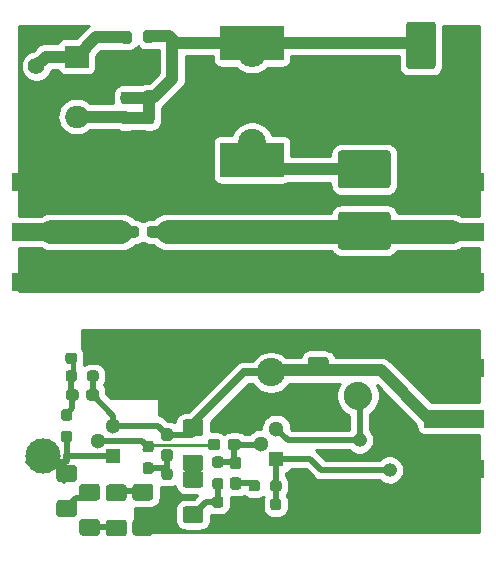
<source format=gbr>
%TF.GenerationSoftware,KiCad,Pcbnew,5.1.7-a382d34a88~89~ubuntu20.04.1*%
%TF.CreationDate,2021-11-17T19:13:42+01:00*%
%TF.ProjectId,miniWhip,6d696e69-5768-4697-902e-6b696361645f,rev?*%
%TF.SameCoordinates,Original*%
%TF.FileFunction,Copper,L1,Top*%
%TF.FilePolarity,Positive*%
%FSLAX46Y46*%
G04 Gerber Fmt 4.6, Leading zero omitted, Abs format (unit mm)*
G04 Created by KiCad (PCBNEW 5.1.7-a382d34a88~89~ubuntu20.04.1) date 2021-11-17 19:13:42*
%MOMM*%
%LPD*%
G01*
G04 APERTURE LIST*
%TA.AperFunction,ComponentPad*%
%ADD10R,1.300000X1.300000*%
%TD*%
%TA.AperFunction,ComponentPad*%
%ADD11C,1.300000*%
%TD*%
%TA.AperFunction,SMDPad,CuDef*%
%ADD12R,5.400000X2.900000*%
%TD*%
%TA.AperFunction,ComponentPad*%
%ADD13C,1.400000*%
%TD*%
%TA.AperFunction,ComponentPad*%
%ADD14O,2.000000X1.905000*%
%TD*%
%TA.AperFunction,ComponentPad*%
%ADD15R,2.000000X1.905000*%
%TD*%
%TA.AperFunction,ComponentPad*%
%ADD16O,2.400000X2.400000*%
%TD*%
%TA.AperFunction,ComponentPad*%
%ADD17C,2.400000*%
%TD*%
%TA.AperFunction,SMDPad,CuDef*%
%ADD18R,5.080000X1.500000*%
%TD*%
%TA.AperFunction,ComponentPad*%
%ADD19C,3.000000*%
%TD*%
%TA.AperFunction,ComponentPad*%
%ADD20O,1.200000X1.600000*%
%TD*%
%TA.AperFunction,ComponentPad*%
%ADD21O,1.200000X1.200000*%
%TD*%
%TA.AperFunction,ViaPad*%
%ADD22C,0.800000*%
%TD*%
%TA.AperFunction,Conductor*%
%ADD23C,0.500000*%
%TD*%
%TA.AperFunction,Conductor*%
%ADD24C,0.400000*%
%TD*%
%TA.AperFunction,Conductor*%
%ADD25C,0.700000*%
%TD*%
%TA.AperFunction,Conductor*%
%ADD26C,1.000000*%
%TD*%
%TA.AperFunction,Conductor*%
%ADD27C,0.250000*%
%TD*%
%TA.AperFunction,Conductor*%
%ADD28C,2.000000*%
%TD*%
%TA.AperFunction,Conductor*%
%ADD29C,0.254000*%
%TD*%
%TA.AperFunction,Conductor*%
%ADD30C,0.100000*%
%TD*%
G04 APERTURE END LIST*
%TO.P,R12,2*%
%TO.N,Net-(C11-Pad2)*%
%TA.AperFunction,SMDPad,CuDef*%
G36*
G01*
X36558500Y-59336500D02*
X36558500Y-59811500D01*
G75*
G02*
X36321000Y-60049000I-237500J0D01*
G01*
X35821000Y-60049000D01*
G75*
G02*
X35583500Y-59811500I0J237500D01*
G01*
X35583500Y-59336500D01*
G75*
G02*
X35821000Y-59099000I237500J0D01*
G01*
X36321000Y-59099000D01*
G75*
G02*
X36558500Y-59336500I0J-237500D01*
G01*
G37*
%TD.AperFunction*%
%TO.P,R12,1*%
%TO.N,Net-(C11-Pad1)*%
%TA.AperFunction,SMDPad,CuDef*%
G36*
G01*
X38383500Y-59336500D02*
X38383500Y-59811500D01*
G75*
G02*
X38146000Y-60049000I-237500J0D01*
G01*
X37646000Y-60049000D01*
G75*
G02*
X37408500Y-59811500I0J237500D01*
G01*
X37408500Y-59336500D01*
G75*
G02*
X37646000Y-59099000I237500J0D01*
G01*
X38146000Y-59099000D01*
G75*
G02*
X38383500Y-59336500I0J-237500D01*
G01*
G37*
%TD.AperFunction*%
%TD*%
D10*
%TO.P,Q1,1*%
%TO.N,Net-(D5-Pad2)*%
X39621000Y-66324000D03*
D11*
%TO.P,Q1,3*%
%TO.N,Net-(C11-Pad1)*%
X39621000Y-63784000D03*
%TO.P,Q1,2*%
%TO.N,Net-(C13-Pad1)*%
X38351000Y-65054000D03*
%TD*%
%TO.P,L2,2*%
%TO.N,Net-(C16-Pad1)*%
%TA.AperFunction,SMDPad,CuDef*%
G36*
G01*
X58896000Y-45674000D02*
X62846000Y-45674000D01*
G75*
G02*
X63096000Y-45924000I0J-250000D01*
G01*
X63096000Y-48624000D01*
G75*
G02*
X62846000Y-48874000I-250000J0D01*
G01*
X58896000Y-48874000D01*
G75*
G02*
X58646000Y-48624000I0J250000D01*
G01*
X58646000Y-45924000D01*
G75*
G02*
X58896000Y-45674000I250000J0D01*
G01*
G37*
%TD.AperFunction*%
%TO.P,L2,1*%
%TO.N,Net-(L1-Pad2)*%
%TA.AperFunction,SMDPad,CuDef*%
G36*
G01*
X58896000Y-40474000D02*
X62846000Y-40474000D01*
G75*
G02*
X63096000Y-40724000I0J-250000D01*
G01*
X63096000Y-43424000D01*
G75*
G02*
X62846000Y-43674000I-250000J0D01*
G01*
X58896000Y-43674000D01*
G75*
G02*
X58646000Y-43424000I0J250000D01*
G01*
X58646000Y-40724000D01*
G75*
G02*
X58896000Y-40474000I250000J0D01*
G01*
G37*
%TD.AperFunction*%
%TD*%
D12*
%TO.P,L1,2*%
%TO.N,Net-(L1-Pad2)*%
X51371000Y-41274000D03*
%TO.P,L1,1*%
%TO.N,Net-(C17-Pad1)*%
X51371000Y-31374000D03*
%TD*%
%TO.P,D11,2*%
%TO.N,GND*%
%TA.AperFunction,SMDPad,CuDef*%
G36*
G01*
X56346000Y-60924000D02*
X57596000Y-60924000D01*
G75*
G02*
X57846000Y-61174000I0J-250000D01*
G01*
X57846000Y-62099000D01*
G75*
G02*
X57596000Y-62349000I-250000J0D01*
G01*
X56346000Y-62349000D01*
G75*
G02*
X56096000Y-62099000I0J250000D01*
G01*
X56096000Y-61174000D01*
G75*
G02*
X56346000Y-60924000I250000J0D01*
G01*
G37*
%TD.AperFunction*%
%TO.P,D11,1*%
%TO.N,Net-(C11-Pad1)*%
%TA.AperFunction,SMDPad,CuDef*%
G36*
G01*
X56346000Y-57949000D02*
X57596000Y-57949000D01*
G75*
G02*
X57846000Y-58199000I0J-250000D01*
G01*
X57846000Y-59124000D01*
G75*
G02*
X57596000Y-59374000I-250000J0D01*
G01*
X56346000Y-59374000D01*
G75*
G02*
X56096000Y-59124000I0J250000D01*
G01*
X56096000Y-58199000D01*
G75*
G02*
X56346000Y-57949000I250000J0D01*
G01*
G37*
%TD.AperFunction*%
%TD*%
%TO.P,D10,2*%
%TO.N,Net-(D10-Pad2)*%
%TA.AperFunction,SMDPad,CuDef*%
G36*
G01*
X45746000Y-70599000D02*
X46996000Y-70599000D01*
G75*
G02*
X47246000Y-70849000I0J-250000D01*
G01*
X47246000Y-71774000D01*
G75*
G02*
X46996000Y-72024000I-250000J0D01*
G01*
X45746000Y-72024000D01*
G75*
G02*
X45496000Y-71774000I0J250000D01*
G01*
X45496000Y-70849000D01*
G75*
G02*
X45746000Y-70599000I250000J0D01*
G01*
G37*
%TD.AperFunction*%
%TO.P,D10,1*%
%TO.N,Net-(D10-Pad1)*%
%TA.AperFunction,SMDPad,CuDef*%
G36*
G01*
X45746000Y-67624000D02*
X46996000Y-67624000D01*
G75*
G02*
X47246000Y-67874000I0J-250000D01*
G01*
X47246000Y-68799000D01*
G75*
G02*
X46996000Y-69049000I-250000J0D01*
G01*
X45746000Y-69049000D01*
G75*
G02*
X45496000Y-68799000I0J250000D01*
G01*
X45496000Y-67874000D01*
G75*
G02*
X45746000Y-67624000I250000J0D01*
G01*
G37*
%TD.AperFunction*%
%TD*%
%TO.P,D9,2*%
%TO.N,Net-(D10-Pad1)*%
%TA.AperFunction,SMDPad,CuDef*%
G36*
G01*
X45746000Y-66224000D02*
X46996000Y-66224000D01*
G75*
G02*
X47246000Y-66474000I0J-250000D01*
G01*
X47246000Y-67399000D01*
G75*
G02*
X46996000Y-67649000I-250000J0D01*
G01*
X45746000Y-67649000D01*
G75*
G02*
X45496000Y-67399000I0J250000D01*
G01*
X45496000Y-66474000D01*
G75*
G02*
X45746000Y-66224000I250000J0D01*
G01*
G37*
%TD.AperFunction*%
%TO.P,D9,1*%
%TO.N,Net-(C11-Pad1)*%
%TA.AperFunction,SMDPad,CuDef*%
G36*
G01*
X45746000Y-63249000D02*
X46996000Y-63249000D01*
G75*
G02*
X47246000Y-63499000I0J-250000D01*
G01*
X47246000Y-64424000D01*
G75*
G02*
X46996000Y-64674000I-250000J0D01*
G01*
X45746000Y-64674000D01*
G75*
G02*
X45496000Y-64424000I0J250000D01*
G01*
X45496000Y-63499000D01*
G75*
G02*
X45746000Y-63249000I250000J0D01*
G01*
G37*
%TD.AperFunction*%
%TD*%
%TO.P,D8,2*%
%TO.N,Net-(D7-Pad1)*%
%TA.AperFunction,SMDPad,CuDef*%
G36*
G01*
X42746000Y-70124000D02*
X41496000Y-70124000D01*
G75*
G02*
X41246000Y-69874000I0J250000D01*
G01*
X41246000Y-68949000D01*
G75*
G02*
X41496000Y-68699000I250000J0D01*
G01*
X42746000Y-68699000D01*
G75*
G02*
X42996000Y-68949000I0J-250000D01*
G01*
X42996000Y-69874000D01*
G75*
G02*
X42746000Y-70124000I-250000J0D01*
G01*
G37*
%TD.AperFunction*%
%TO.P,D8,1*%
%TO.N,GND*%
%TA.AperFunction,SMDPad,CuDef*%
G36*
G01*
X42746000Y-73099000D02*
X41496000Y-73099000D01*
G75*
G02*
X41246000Y-72849000I0J250000D01*
G01*
X41246000Y-71924000D01*
G75*
G02*
X41496000Y-71674000I250000J0D01*
G01*
X42746000Y-71674000D01*
G75*
G02*
X42996000Y-71924000I0J-250000D01*
G01*
X42996000Y-72849000D01*
G75*
G02*
X42746000Y-73099000I-250000J0D01*
G01*
G37*
%TD.AperFunction*%
%TD*%
%TO.P,D7,2*%
%TO.N,Net-(D6-Pad1)*%
%TA.AperFunction,SMDPad,CuDef*%
G36*
G01*
X39246000Y-71724000D02*
X40496000Y-71724000D01*
G75*
G02*
X40746000Y-71974000I0J-250000D01*
G01*
X40746000Y-72899000D01*
G75*
G02*
X40496000Y-73149000I-250000J0D01*
G01*
X39246000Y-73149000D01*
G75*
G02*
X38996000Y-72899000I0J250000D01*
G01*
X38996000Y-71974000D01*
G75*
G02*
X39246000Y-71724000I250000J0D01*
G01*
G37*
%TD.AperFunction*%
%TO.P,D7,1*%
%TO.N,Net-(D7-Pad1)*%
%TA.AperFunction,SMDPad,CuDef*%
G36*
G01*
X39246000Y-68749000D02*
X40496000Y-68749000D01*
G75*
G02*
X40746000Y-68999000I0J-250000D01*
G01*
X40746000Y-69924000D01*
G75*
G02*
X40496000Y-70174000I-250000J0D01*
G01*
X39246000Y-70174000D01*
G75*
G02*
X38996000Y-69924000I0J250000D01*
G01*
X38996000Y-68999000D01*
G75*
G02*
X39246000Y-68749000I250000J0D01*
G01*
G37*
%TD.AperFunction*%
%TD*%
%TO.P,D6,2*%
%TO.N,Net-(D5-Pad1)*%
%TA.AperFunction,SMDPad,CuDef*%
G36*
G01*
X38246000Y-70124000D02*
X36996000Y-70124000D01*
G75*
G02*
X36746000Y-69874000I0J250000D01*
G01*
X36746000Y-68949000D01*
G75*
G02*
X36996000Y-68699000I250000J0D01*
G01*
X38246000Y-68699000D01*
G75*
G02*
X38496000Y-68949000I0J-250000D01*
G01*
X38496000Y-69874000D01*
G75*
G02*
X38246000Y-70124000I-250000J0D01*
G01*
G37*
%TD.AperFunction*%
%TO.P,D6,1*%
%TO.N,Net-(D6-Pad1)*%
%TA.AperFunction,SMDPad,CuDef*%
G36*
G01*
X38246000Y-73099000D02*
X36996000Y-73099000D01*
G75*
G02*
X36746000Y-72849000I0J250000D01*
G01*
X36746000Y-71924000D01*
G75*
G02*
X36996000Y-71674000I250000J0D01*
G01*
X38246000Y-71674000D01*
G75*
G02*
X38496000Y-71924000I0J-250000D01*
G01*
X38496000Y-72849000D01*
G75*
G02*
X38246000Y-73099000I-250000J0D01*
G01*
G37*
%TD.AperFunction*%
%TD*%
%TO.P,D5,2*%
%TO.N,Net-(D5-Pad2)*%
%TA.AperFunction,SMDPad,CuDef*%
G36*
G01*
X36296000Y-68536500D02*
X35046000Y-68536500D01*
G75*
G02*
X34796000Y-68286500I0J250000D01*
G01*
X34796000Y-67361500D01*
G75*
G02*
X35046000Y-67111500I250000J0D01*
G01*
X36296000Y-67111500D01*
G75*
G02*
X36546000Y-67361500I0J-250000D01*
G01*
X36546000Y-68286500D01*
G75*
G02*
X36296000Y-68536500I-250000J0D01*
G01*
G37*
%TD.AperFunction*%
%TO.P,D5,1*%
%TO.N,Net-(D5-Pad1)*%
%TA.AperFunction,SMDPad,CuDef*%
G36*
G01*
X36296000Y-71511500D02*
X35046000Y-71511500D01*
G75*
G02*
X34796000Y-71261500I0J250000D01*
G01*
X34796000Y-70336500D01*
G75*
G02*
X35046000Y-70086500I250000J0D01*
G01*
X36296000Y-70086500D01*
G75*
G02*
X36546000Y-70336500I0J-250000D01*
G01*
X36546000Y-71261500D01*
G75*
G02*
X36296000Y-71511500I-250000J0D01*
G01*
G37*
%TD.AperFunction*%
%TD*%
D13*
%TO.P,TP2,2*%
%TO.N,GND*%
X33121000Y-35864000D03*
%TO.P,TP2,1*%
%TO.N,Net-(C15-Pad1)*%
X33121000Y-33324000D03*
%TD*%
D14*
%TO.P,U2,3*%
%TO.N,Net-(C17-Pad1)*%
X36521000Y-37604000D03*
%TO.P,U2,2*%
%TO.N,GND*%
X36521000Y-35064000D03*
D15*
%TO.P,U2,1*%
%TO.N,Net-(C15-Pad1)*%
X36521000Y-32524000D03*
%TD*%
D16*
%TO.P,R23,2*%
%TO.N,Net-(C17-Pad1)*%
X51371000Y-32204000D03*
D17*
%TO.P,R23,1*%
%TO.N,Net-(L1-Pad2)*%
X51371000Y-39824000D03*
%TD*%
D18*
%TO.P,J6,1*%
%TO.N,Net-(C16-Pad1)*%
X68471000Y-47374000D03*
%TO.P,J6,2*%
%TO.N,GND*%
X68471000Y-43124000D03*
X68471000Y-51624000D03*
%TD*%
%TO.P,J5,1*%
%TO.N,Net-(C16-Pad2)*%
X33571000Y-47374000D03*
%TO.P,J5,2*%
%TO.N,GND*%
X33571000Y-51624000D03*
X33571000Y-43124000D03*
%TD*%
%TO.P,C22,2*%
%TO.N,GND*%
%TA.AperFunction,SMDPad,CuDef*%
G36*
G01*
X64671000Y-37574000D02*
X66671000Y-37574000D01*
G75*
G02*
X66921000Y-37824000I0J-250000D01*
G01*
X66921000Y-41324000D01*
G75*
G02*
X66671000Y-41574000I-250000J0D01*
G01*
X64671000Y-41574000D01*
G75*
G02*
X64421000Y-41324000I0J250000D01*
G01*
X64421000Y-37824000D01*
G75*
G02*
X64671000Y-37574000I250000J0D01*
G01*
G37*
%TD.AperFunction*%
%TO.P,C22,1*%
%TO.N,Net-(C17-Pad1)*%
%TA.AperFunction,SMDPad,CuDef*%
G36*
G01*
X64671000Y-29574000D02*
X66671000Y-29574000D01*
G75*
G02*
X66921000Y-29824000I0J-250000D01*
G01*
X66921000Y-33324000D01*
G75*
G02*
X66671000Y-33574000I-250000J0D01*
G01*
X64671000Y-33574000D01*
G75*
G02*
X64421000Y-33324000I0J250000D01*
G01*
X64421000Y-29824000D01*
G75*
G02*
X64671000Y-29574000I250000J0D01*
G01*
G37*
%TD.AperFunction*%
%TD*%
%TO.P,C21,2*%
%TO.N,GND*%
%TA.AperFunction,SMDPad,CuDef*%
G36*
G01*
X42383500Y-38899000D02*
X42858500Y-38899000D01*
G75*
G02*
X43096000Y-39136500I0J-237500D01*
G01*
X43096000Y-39736500D01*
G75*
G02*
X42858500Y-39974000I-237500J0D01*
G01*
X42383500Y-39974000D01*
G75*
G02*
X42146000Y-39736500I0J237500D01*
G01*
X42146000Y-39136500D01*
G75*
G02*
X42383500Y-38899000I237500J0D01*
G01*
G37*
%TD.AperFunction*%
%TO.P,C21,1*%
%TO.N,Net-(C17-Pad1)*%
%TA.AperFunction,SMDPad,CuDef*%
G36*
G01*
X42383500Y-37174000D02*
X42858500Y-37174000D01*
G75*
G02*
X43096000Y-37411500I0J-237500D01*
G01*
X43096000Y-38011500D01*
G75*
G02*
X42858500Y-38249000I-237500J0D01*
G01*
X42383500Y-38249000D01*
G75*
G02*
X42146000Y-38011500I0J237500D01*
G01*
X42146000Y-37411500D01*
G75*
G02*
X42383500Y-37174000I237500J0D01*
G01*
G37*
%TD.AperFunction*%
%TD*%
%TO.P,C20,2*%
%TO.N,GND*%
%TA.AperFunction,SMDPad,CuDef*%
G36*
G01*
X40958500Y-34836500D02*
X40483500Y-34836500D01*
G75*
G02*
X40246000Y-34599000I0J237500D01*
G01*
X40246000Y-33999000D01*
G75*
G02*
X40483500Y-33761500I237500J0D01*
G01*
X40958500Y-33761500D01*
G75*
G02*
X41196000Y-33999000I0J-237500D01*
G01*
X41196000Y-34599000D01*
G75*
G02*
X40958500Y-34836500I-237500J0D01*
G01*
G37*
%TD.AperFunction*%
%TO.P,C20,1*%
%TO.N,Net-(C17-Pad1)*%
%TA.AperFunction,SMDPad,CuDef*%
G36*
G01*
X40958500Y-36561500D02*
X40483500Y-36561500D01*
G75*
G02*
X40246000Y-36324000I0J237500D01*
G01*
X40246000Y-35724000D01*
G75*
G02*
X40483500Y-35486500I237500J0D01*
G01*
X40958500Y-35486500D01*
G75*
G02*
X41196000Y-35724000I0J-237500D01*
G01*
X41196000Y-36324000D01*
G75*
G02*
X40958500Y-36561500I-237500J0D01*
G01*
G37*
%TD.AperFunction*%
%TD*%
%TO.P,C19,2*%
%TO.N,GND*%
%TA.AperFunction,SMDPad,CuDef*%
G36*
G01*
X40483500Y-38911500D02*
X40958500Y-38911500D01*
G75*
G02*
X41196000Y-39149000I0J-237500D01*
G01*
X41196000Y-39749000D01*
G75*
G02*
X40958500Y-39986500I-237500J0D01*
G01*
X40483500Y-39986500D01*
G75*
G02*
X40246000Y-39749000I0J237500D01*
G01*
X40246000Y-39149000D01*
G75*
G02*
X40483500Y-38911500I237500J0D01*
G01*
G37*
%TD.AperFunction*%
%TO.P,C19,1*%
%TO.N,Net-(C17-Pad1)*%
%TA.AperFunction,SMDPad,CuDef*%
G36*
G01*
X40483500Y-37186500D02*
X40958500Y-37186500D01*
G75*
G02*
X41196000Y-37424000I0J-237500D01*
G01*
X41196000Y-38024000D01*
G75*
G02*
X40958500Y-38261500I-237500J0D01*
G01*
X40483500Y-38261500D01*
G75*
G02*
X40246000Y-38024000I0J237500D01*
G01*
X40246000Y-37424000D01*
G75*
G02*
X40483500Y-37186500I237500J0D01*
G01*
G37*
%TD.AperFunction*%
%TD*%
%TO.P,C18,2*%
%TO.N,GND*%
%TA.AperFunction,SMDPad,CuDef*%
G36*
G01*
X42858500Y-34749000D02*
X42383500Y-34749000D01*
G75*
G02*
X42146000Y-34511500I0J237500D01*
G01*
X42146000Y-33911500D01*
G75*
G02*
X42383500Y-33674000I237500J0D01*
G01*
X42858500Y-33674000D01*
G75*
G02*
X43096000Y-33911500I0J-237500D01*
G01*
X43096000Y-34511500D01*
G75*
G02*
X42858500Y-34749000I-237500J0D01*
G01*
G37*
%TD.AperFunction*%
%TO.P,C18,1*%
%TO.N,Net-(C17-Pad1)*%
%TA.AperFunction,SMDPad,CuDef*%
G36*
G01*
X42858500Y-36474000D02*
X42383500Y-36474000D01*
G75*
G02*
X42146000Y-36236500I0J237500D01*
G01*
X42146000Y-35636500D01*
G75*
G02*
X42383500Y-35399000I237500J0D01*
G01*
X42858500Y-35399000D01*
G75*
G02*
X43096000Y-35636500I0J-237500D01*
G01*
X43096000Y-36236500D01*
G75*
G02*
X42858500Y-36474000I-237500J0D01*
G01*
G37*
%TD.AperFunction*%
%TD*%
%TO.P,C17,2*%
%TO.N,GND*%
%TA.AperFunction,SMDPad,CuDef*%
G36*
G01*
X42383500Y-32011500D02*
X42858500Y-32011500D01*
G75*
G02*
X43096000Y-32249000I0J-237500D01*
G01*
X43096000Y-32849000D01*
G75*
G02*
X42858500Y-33086500I-237500J0D01*
G01*
X42383500Y-33086500D01*
G75*
G02*
X42146000Y-32849000I0J237500D01*
G01*
X42146000Y-32249000D01*
G75*
G02*
X42383500Y-32011500I237500J0D01*
G01*
G37*
%TD.AperFunction*%
%TO.P,C17,1*%
%TO.N,Net-(C17-Pad1)*%
%TA.AperFunction,SMDPad,CuDef*%
G36*
G01*
X42383500Y-30286500D02*
X42858500Y-30286500D01*
G75*
G02*
X43096000Y-30524000I0J-237500D01*
G01*
X43096000Y-31124000D01*
G75*
G02*
X42858500Y-31361500I-237500J0D01*
G01*
X42383500Y-31361500D01*
G75*
G02*
X42146000Y-31124000I0J237500D01*
G01*
X42146000Y-30524000D01*
G75*
G02*
X42383500Y-30286500I237500J0D01*
G01*
G37*
%TD.AperFunction*%
%TD*%
%TO.P,C16,2*%
%TO.N,Net-(C16-Pad2)*%
%TA.AperFunction,SMDPad,CuDef*%
G36*
G01*
X41808500Y-47136500D02*
X41808500Y-47611500D01*
G75*
G02*
X41571000Y-47849000I-237500J0D01*
G01*
X40971000Y-47849000D01*
G75*
G02*
X40733500Y-47611500I0J237500D01*
G01*
X40733500Y-47136500D01*
G75*
G02*
X40971000Y-46899000I237500J0D01*
G01*
X41571000Y-46899000D01*
G75*
G02*
X41808500Y-47136500I0J-237500D01*
G01*
G37*
%TD.AperFunction*%
%TO.P,C16,1*%
%TO.N,Net-(C16-Pad1)*%
%TA.AperFunction,SMDPad,CuDef*%
G36*
G01*
X43533500Y-47136500D02*
X43533500Y-47611500D01*
G75*
G02*
X43296000Y-47849000I-237500J0D01*
G01*
X42696000Y-47849000D01*
G75*
G02*
X42458500Y-47611500I0J237500D01*
G01*
X42458500Y-47136500D01*
G75*
G02*
X42696000Y-46899000I237500J0D01*
G01*
X43296000Y-46899000D01*
G75*
G02*
X43533500Y-47136500I0J-237500D01*
G01*
G37*
%TD.AperFunction*%
%TD*%
%TO.P,C15,2*%
%TO.N,GND*%
%TA.AperFunction,SMDPad,CuDef*%
G36*
G01*
X40483500Y-32086500D02*
X40958500Y-32086500D01*
G75*
G02*
X41196000Y-32324000I0J-237500D01*
G01*
X41196000Y-32924000D01*
G75*
G02*
X40958500Y-33161500I-237500J0D01*
G01*
X40483500Y-33161500D01*
G75*
G02*
X40246000Y-32924000I0J237500D01*
G01*
X40246000Y-32324000D01*
G75*
G02*
X40483500Y-32086500I237500J0D01*
G01*
G37*
%TD.AperFunction*%
%TO.P,C15,1*%
%TO.N,Net-(C15-Pad1)*%
%TA.AperFunction,SMDPad,CuDef*%
G36*
G01*
X40483500Y-30361500D02*
X40958500Y-30361500D01*
G75*
G02*
X41196000Y-30599000I0J-237500D01*
G01*
X41196000Y-31199000D01*
G75*
G02*
X40958500Y-31436500I-237500J0D01*
G01*
X40483500Y-31436500D01*
G75*
G02*
X40246000Y-31199000I0J237500D01*
G01*
X40246000Y-30599000D01*
G75*
G02*
X40483500Y-30361500I237500J0D01*
G01*
G37*
%TD.AperFunction*%
%TD*%
D19*
%TO.P,TP1,1*%
%TO.N,Net-(D5-Pad2)*%
X33671000Y-66374000D03*
%TD*%
%TO.P,C11,2*%
%TO.N,Net-(C11-Pad2)*%
%TA.AperFunction,SMDPad,CuDef*%
G36*
G01*
X36683500Y-60936500D02*
X36683500Y-61411500D01*
G75*
G02*
X36446000Y-61649000I-237500J0D01*
G01*
X35846000Y-61649000D01*
G75*
G02*
X35608500Y-61411500I0J237500D01*
G01*
X35608500Y-60936500D01*
G75*
G02*
X35846000Y-60699000I237500J0D01*
G01*
X36446000Y-60699000D01*
G75*
G02*
X36683500Y-60936500I0J-237500D01*
G01*
G37*
%TD.AperFunction*%
%TO.P,C11,1*%
%TO.N,Net-(C11-Pad1)*%
%TA.AperFunction,SMDPad,CuDef*%
G36*
G01*
X38408500Y-60936500D02*
X38408500Y-61411500D01*
G75*
G02*
X38171000Y-61649000I-237500J0D01*
G01*
X37571000Y-61649000D01*
G75*
G02*
X37333500Y-61411500I0J237500D01*
G01*
X37333500Y-60936500D01*
G75*
G02*
X37571000Y-60699000I237500J0D01*
G01*
X38171000Y-60699000D01*
G75*
G02*
X38408500Y-60936500I0J-237500D01*
G01*
G37*
%TD.AperFunction*%
%TD*%
%TO.P,C12,1*%
%TO.N,Net-(C12-Pad1)*%
%TA.AperFunction,SMDPad,CuDef*%
G36*
G01*
X44408500Y-66811500D02*
X43933500Y-66811500D01*
G75*
G02*
X43696000Y-66574000I0J237500D01*
G01*
X43696000Y-65974000D01*
G75*
G02*
X43933500Y-65736500I237500J0D01*
G01*
X44408500Y-65736500D01*
G75*
G02*
X44646000Y-65974000I0J-237500D01*
G01*
X44646000Y-66574000D01*
G75*
G02*
X44408500Y-66811500I-237500J0D01*
G01*
G37*
%TD.AperFunction*%
%TO.P,C12,2*%
%TO.N,Net-(C11-Pad1)*%
%TA.AperFunction,SMDPad,CuDef*%
G36*
G01*
X44408500Y-65086500D02*
X43933500Y-65086500D01*
G75*
G02*
X43696000Y-64849000I0J237500D01*
G01*
X43696000Y-64249000D01*
G75*
G02*
X43933500Y-64011500I237500J0D01*
G01*
X44408500Y-64011500D01*
G75*
G02*
X44646000Y-64249000I0J-237500D01*
G01*
X44646000Y-64849000D01*
G75*
G02*
X44408500Y-65086500I-237500J0D01*
G01*
G37*
%TD.AperFunction*%
%TD*%
%TO.P,C13,2*%
%TO.N,Net-(C13-Pad2)*%
%TA.AperFunction,SMDPad,CuDef*%
G36*
G01*
X49333500Y-65611500D02*
X49333500Y-65136500D01*
G75*
G02*
X49571000Y-64899000I237500J0D01*
G01*
X50171000Y-64899000D01*
G75*
G02*
X50408500Y-65136500I0J-237500D01*
G01*
X50408500Y-65611500D01*
G75*
G02*
X50171000Y-65849000I-237500J0D01*
G01*
X49571000Y-65849000D01*
G75*
G02*
X49333500Y-65611500I0J237500D01*
G01*
G37*
%TD.AperFunction*%
%TO.P,C13,1*%
%TO.N,Net-(C13-Pad1)*%
%TA.AperFunction,SMDPad,CuDef*%
G36*
G01*
X47608500Y-65611500D02*
X47608500Y-65136500D01*
G75*
G02*
X47846000Y-64899000I237500J0D01*
G01*
X48446000Y-64899000D01*
G75*
G02*
X48683500Y-65136500I0J-237500D01*
G01*
X48683500Y-65611500D01*
G75*
G02*
X48446000Y-65849000I-237500J0D01*
G01*
X47846000Y-65849000D01*
G75*
G02*
X47608500Y-65611500I0J237500D01*
G01*
G37*
%TD.AperFunction*%
%TD*%
%TO.P,C14,1*%
%TO.N,Net-(C13-Pad2)*%
%TA.AperFunction,SMDPad,CuDef*%
G36*
G01*
X49733500Y-66411500D02*
X50208500Y-66411500D01*
G75*
G02*
X50446000Y-66649000I0J-237500D01*
G01*
X50446000Y-67249000D01*
G75*
G02*
X50208500Y-67486500I-237500J0D01*
G01*
X49733500Y-67486500D01*
G75*
G02*
X49496000Y-67249000I0J237500D01*
G01*
X49496000Y-66649000D01*
G75*
G02*
X49733500Y-66411500I237500J0D01*
G01*
G37*
%TD.AperFunction*%
%TO.P,C14,2*%
%TO.N,Net-(C14-Pad2)*%
%TA.AperFunction,SMDPad,CuDef*%
G36*
G01*
X49733500Y-68136500D02*
X50208500Y-68136500D01*
G75*
G02*
X50446000Y-68374000I0J-237500D01*
G01*
X50446000Y-68974000D01*
G75*
G02*
X50208500Y-69211500I-237500J0D01*
G01*
X49733500Y-69211500D01*
G75*
G02*
X49496000Y-68974000I0J237500D01*
G01*
X49496000Y-68374000D01*
G75*
G02*
X49733500Y-68136500I237500J0D01*
G01*
G37*
%TD.AperFunction*%
%TD*%
D18*
%TO.P,J4,2*%
%TO.N,GND*%
X68471000Y-67424000D03*
X68471000Y-58924000D03*
%TO.P,J4,1*%
%TO.N,Net-(C11-Pad1)*%
X68471000Y-63174000D03*
%TD*%
D10*
%TO.P,Q2,1*%
%TO.N,Net-(Q2-Pad1)*%
X53421000Y-66574000D03*
D11*
%TO.P,Q2,3*%
%TO.N,Net-(Q2-Pad3)*%
X53421000Y-64034000D03*
%TO.P,Q2,2*%
%TO.N,Net-(C13-Pad2)*%
X52151000Y-65304000D03*
%TD*%
D20*
%TO.P,Q3,1*%
%TO.N,GND*%
X60471000Y-70074000D03*
D21*
%TO.P,Q3,2*%
%TO.N,Net-(Q2-Pad1)*%
X63011000Y-67534000D03*
%TO.P,Q3,3*%
%TO.N,Net-(Q2-Pad3)*%
X60471000Y-64994000D03*
%TD*%
%TO.P,R10,1*%
%TO.N,Net-(C11-Pad2)*%
%TA.AperFunction,SMDPad,CuDef*%
G36*
G01*
X35571000Y-58311500D02*
X35571000Y-57836500D01*
G75*
G02*
X35808500Y-57599000I237500J0D01*
G01*
X36308500Y-57599000D01*
G75*
G02*
X36546000Y-57836500I0J-237500D01*
G01*
X36546000Y-58311500D01*
G75*
G02*
X36308500Y-58549000I-237500J0D01*
G01*
X35808500Y-58549000D01*
G75*
G02*
X35571000Y-58311500I0J237500D01*
G01*
G37*
%TD.AperFunction*%
%TO.P,R10,2*%
%TO.N,GND*%
%TA.AperFunction,SMDPad,CuDef*%
G36*
G01*
X37396000Y-58311500D02*
X37396000Y-57836500D01*
G75*
G02*
X37633500Y-57599000I237500J0D01*
G01*
X38133500Y-57599000D01*
G75*
G02*
X38371000Y-57836500I0J-237500D01*
G01*
X38371000Y-58311500D01*
G75*
G02*
X38133500Y-58549000I-237500J0D01*
G01*
X37633500Y-58549000D01*
G75*
G02*
X37396000Y-58311500I0J237500D01*
G01*
G37*
%TD.AperFunction*%
%TD*%
%TO.P,R11,2*%
%TO.N,Net-(D5-Pad2)*%
%TA.AperFunction,SMDPad,CuDef*%
G36*
G01*
X35433500Y-64211500D02*
X35908500Y-64211500D01*
G75*
G02*
X36146000Y-64449000I0J-237500D01*
G01*
X36146000Y-64949000D01*
G75*
G02*
X35908500Y-65186500I-237500J0D01*
G01*
X35433500Y-65186500D01*
G75*
G02*
X35196000Y-64949000I0J237500D01*
G01*
X35196000Y-64449000D01*
G75*
G02*
X35433500Y-64211500I237500J0D01*
G01*
G37*
%TD.AperFunction*%
%TO.P,R11,1*%
%TO.N,Net-(C11-Pad2)*%
%TA.AperFunction,SMDPad,CuDef*%
G36*
G01*
X35433500Y-62386500D02*
X35908500Y-62386500D01*
G75*
G02*
X36146000Y-62624000I0J-237500D01*
G01*
X36146000Y-63124000D01*
G75*
G02*
X35908500Y-63361500I-237500J0D01*
G01*
X35433500Y-63361500D01*
G75*
G02*
X35196000Y-63124000I0J237500D01*
G01*
X35196000Y-62624000D01*
G75*
G02*
X35433500Y-62386500I237500J0D01*
G01*
G37*
%TD.AperFunction*%
%TD*%
%TO.P,R13,2*%
%TO.N,Net-(C12-Pad1)*%
%TA.AperFunction,SMDPad,CuDef*%
G36*
G01*
X42333500Y-66886500D02*
X42808500Y-66886500D01*
G75*
G02*
X43046000Y-67124000I0J-237500D01*
G01*
X43046000Y-67624000D01*
G75*
G02*
X42808500Y-67861500I-237500J0D01*
G01*
X42333500Y-67861500D01*
G75*
G02*
X42096000Y-67624000I0J237500D01*
G01*
X42096000Y-67124000D01*
G75*
G02*
X42333500Y-66886500I237500J0D01*
G01*
G37*
%TD.AperFunction*%
%TO.P,R13,1*%
%TO.N,Net-(C13-Pad1)*%
%TA.AperFunction,SMDPad,CuDef*%
G36*
G01*
X42333500Y-65061500D02*
X42808500Y-65061500D01*
G75*
G02*
X43046000Y-65299000I0J-237500D01*
G01*
X43046000Y-65799000D01*
G75*
G02*
X42808500Y-66036500I-237500J0D01*
G01*
X42333500Y-66036500D01*
G75*
G02*
X42096000Y-65799000I0J237500D01*
G01*
X42096000Y-65299000D01*
G75*
G02*
X42333500Y-65061500I237500J0D01*
G01*
G37*
%TD.AperFunction*%
%TD*%
%TO.P,R14,1*%
%TO.N,Net-(C12-Pad1)*%
%TA.AperFunction,SMDPad,CuDef*%
G36*
G01*
X43933500Y-67386500D02*
X44408500Y-67386500D01*
G75*
G02*
X44646000Y-67624000I0J-237500D01*
G01*
X44646000Y-68124000D01*
G75*
G02*
X44408500Y-68361500I-237500J0D01*
G01*
X43933500Y-68361500D01*
G75*
G02*
X43696000Y-68124000I0J237500D01*
G01*
X43696000Y-67624000D01*
G75*
G02*
X43933500Y-67386500I237500J0D01*
G01*
G37*
%TD.AperFunction*%
%TO.P,R14,2*%
%TO.N,GND*%
%TA.AperFunction,SMDPad,CuDef*%
G36*
G01*
X43933500Y-69211500D02*
X44408500Y-69211500D01*
G75*
G02*
X44646000Y-69449000I0J-237500D01*
G01*
X44646000Y-69949000D01*
G75*
G02*
X44408500Y-70186500I-237500J0D01*
G01*
X43933500Y-70186500D01*
G75*
G02*
X43696000Y-69949000I0J237500D01*
G01*
X43696000Y-69449000D01*
G75*
G02*
X43933500Y-69211500I237500J0D01*
G01*
G37*
%TD.AperFunction*%
%TD*%
%TO.P,R15,1*%
%TO.N,Net-(D10-Pad2)*%
%TA.AperFunction,SMDPad,CuDef*%
G36*
G01*
X48233500Y-69761500D02*
X48708500Y-69761500D01*
G75*
G02*
X48946000Y-69999000I0J-237500D01*
G01*
X48946000Y-70499000D01*
G75*
G02*
X48708500Y-70736500I-237500J0D01*
G01*
X48233500Y-70736500D01*
G75*
G02*
X47996000Y-70499000I0J237500D01*
G01*
X47996000Y-69999000D01*
G75*
G02*
X48233500Y-69761500I237500J0D01*
G01*
G37*
%TD.AperFunction*%
%TO.P,R15,2*%
%TO.N,GND*%
%TA.AperFunction,SMDPad,CuDef*%
G36*
G01*
X48233500Y-71586500D02*
X48708500Y-71586500D01*
G75*
G02*
X48946000Y-71824000I0J-237500D01*
G01*
X48946000Y-72324000D01*
G75*
G02*
X48708500Y-72561500I-237500J0D01*
G01*
X48233500Y-72561500D01*
G75*
G02*
X47996000Y-72324000I0J237500D01*
G01*
X47996000Y-71824000D01*
G75*
G02*
X48233500Y-71586500I237500J0D01*
G01*
G37*
%TD.AperFunction*%
%TD*%
%TO.P,R16,1*%
%TO.N,Net-(C13-Pad2)*%
%TA.AperFunction,SMDPad,CuDef*%
G36*
G01*
X48233500Y-66374000D02*
X48708500Y-66374000D01*
G75*
G02*
X48946000Y-66611500I0J-237500D01*
G01*
X48946000Y-67111500D01*
G75*
G02*
X48708500Y-67349000I-237500J0D01*
G01*
X48233500Y-67349000D01*
G75*
G02*
X47996000Y-67111500I0J237500D01*
G01*
X47996000Y-66611500D01*
G75*
G02*
X48233500Y-66374000I237500J0D01*
G01*
G37*
%TD.AperFunction*%
%TO.P,R16,2*%
%TO.N,Net-(D10-Pad2)*%
%TA.AperFunction,SMDPad,CuDef*%
G36*
G01*
X48233500Y-68199000D02*
X48708500Y-68199000D01*
G75*
G02*
X48946000Y-68436500I0J-237500D01*
G01*
X48946000Y-68936500D01*
G75*
G02*
X48708500Y-69174000I-237500J0D01*
G01*
X48233500Y-69174000D01*
G75*
G02*
X47996000Y-68936500I0J237500D01*
G01*
X47996000Y-68436500D01*
G75*
G02*
X48233500Y-68199000I237500J0D01*
G01*
G37*
%TD.AperFunction*%
%TD*%
%TO.P,R17,1*%
%TO.N,Net-(C14-Pad2)*%
%TA.AperFunction,SMDPad,CuDef*%
G36*
G01*
X51071000Y-69111500D02*
X51071000Y-68636500D01*
G75*
G02*
X51308500Y-68399000I237500J0D01*
G01*
X51808500Y-68399000D01*
G75*
G02*
X52046000Y-68636500I0J-237500D01*
G01*
X52046000Y-69111500D01*
G75*
G02*
X51808500Y-69349000I-237500J0D01*
G01*
X51308500Y-69349000D01*
G75*
G02*
X51071000Y-69111500I0J237500D01*
G01*
G37*
%TD.AperFunction*%
%TO.P,R17,2*%
%TO.N,Net-(Q2-Pad1)*%
%TA.AperFunction,SMDPad,CuDef*%
G36*
G01*
X52896000Y-69111500D02*
X52896000Y-68636500D01*
G75*
G02*
X53133500Y-68399000I237500J0D01*
G01*
X53633500Y-68399000D01*
G75*
G02*
X53871000Y-68636500I0J-237500D01*
G01*
X53871000Y-69111500D01*
G75*
G02*
X53633500Y-69349000I-237500J0D01*
G01*
X53133500Y-69349000D01*
G75*
G02*
X52896000Y-69111500I0J237500D01*
G01*
G37*
%TD.AperFunction*%
%TD*%
%TO.P,R18,1*%
%TO.N,Net-(Q2-Pad1)*%
%TA.AperFunction,SMDPad,CuDef*%
G36*
G01*
X53133500Y-69961500D02*
X53608500Y-69961500D01*
G75*
G02*
X53846000Y-70199000I0J-237500D01*
G01*
X53846000Y-70699000D01*
G75*
G02*
X53608500Y-70936500I-237500J0D01*
G01*
X53133500Y-70936500D01*
G75*
G02*
X52896000Y-70699000I0J237500D01*
G01*
X52896000Y-70199000D01*
G75*
G02*
X53133500Y-69961500I237500J0D01*
G01*
G37*
%TD.AperFunction*%
%TO.P,R18,2*%
%TO.N,GND*%
%TA.AperFunction,SMDPad,CuDef*%
G36*
G01*
X53133500Y-71786500D02*
X53608500Y-71786500D01*
G75*
G02*
X53846000Y-72024000I0J-237500D01*
G01*
X53846000Y-72524000D01*
G75*
G02*
X53608500Y-72761500I-237500J0D01*
G01*
X53133500Y-72761500D01*
G75*
G02*
X52896000Y-72524000I0J237500D01*
G01*
X52896000Y-72024000D01*
G75*
G02*
X53133500Y-71786500I237500J0D01*
G01*
G37*
%TD.AperFunction*%
%TD*%
D17*
%TO.P,R19,1*%
%TO.N,Net-(C11-Pad1)*%
X52971000Y-59274000D03*
%TO.P,R19,2*%
%TO.N,Net-(Q2-Pad3)*%
%TA.AperFunction,ComponentPad*%
G36*
G01*
X59172244Y-60935618D02*
X59172244Y-60935618D01*
G75*
G02*
X60641938Y-60087090I1159111J-310583D01*
G01*
X60641938Y-60087090D01*
G75*
G02*
X61490466Y-61556784I-310583J-1159111D01*
G01*
X61490466Y-61556784D01*
G75*
G02*
X60020772Y-62405312I-1159111J310583D01*
G01*
X60020772Y-62405312D01*
G75*
G02*
X59172244Y-60935618I310583J1159111D01*
G01*
G37*
%TD.AperFunction*%
%TD*%
D22*
%TO.N,GND*%
X40721000Y-39524000D03*
X40721000Y-34324000D03*
X40721000Y-32624000D03*
X42621000Y-34074000D03*
X42621000Y-32574000D03*
X42621000Y-39574000D03*
X66471000Y-39574000D03*
X64871000Y-39574000D03*
X64871000Y-38074000D03*
X66471000Y-38074000D03*
X66471000Y-41074000D03*
X64871000Y-41074000D03*
X35971000Y-43174000D03*
X34871000Y-43174000D03*
X33771000Y-43174000D03*
X32671000Y-43174000D03*
X31571000Y-43174000D03*
X42121000Y-72574000D03*
X48471000Y-72074000D03*
X44171000Y-69674000D03*
X53371000Y-72274000D03*
X70471000Y-67374000D03*
X69471000Y-67374000D03*
X68471000Y-67374000D03*
X67471000Y-67374000D03*
X66371000Y-67374000D03*
X64371000Y-57174000D03*
X48471000Y-63774000D03*
X50271000Y-63774000D03*
X49471000Y-62474000D03*
X52271000Y-62174000D03*
X54571000Y-62174000D03*
X58371000Y-63374000D03*
X55671000Y-63374000D03*
X62971000Y-64574000D03*
X44371000Y-71974000D03*
X51871000Y-72324000D03*
X50371000Y-72324000D03*
X55371000Y-72324000D03*
X57121000Y-72324000D03*
X58871000Y-72324000D03*
X60621000Y-72324000D03*
X62371000Y-72324000D03*
X64121000Y-72324000D03*
X66121000Y-72324000D03*
X68121000Y-72324000D03*
X70121000Y-72324000D03*
X70121000Y-70574000D03*
X70121000Y-68824000D03*
X61871000Y-70074000D03*
X59121000Y-70074000D03*
X61871000Y-71074000D03*
X59121000Y-71074000D03*
X59121000Y-69074000D03*
X61871000Y-69074000D03*
X62871000Y-71074000D03*
X62871000Y-70074000D03*
X62871000Y-69074000D03*
X58121000Y-69074000D03*
X58121000Y-70074000D03*
X58121000Y-71074000D03*
X37871000Y-58074000D03*
X39121000Y-57174000D03*
X40871000Y-57174000D03*
X42621000Y-57174000D03*
X44621000Y-57174000D03*
X46621000Y-57174000D03*
X48621000Y-57174000D03*
X50871000Y-57174000D03*
X53371000Y-57174000D03*
X55621000Y-57174000D03*
X57871000Y-57174000D03*
X60121000Y-57174000D03*
X62371000Y-57174000D03*
X66371000Y-58874000D03*
X70471000Y-58874000D03*
X68471000Y-58874000D03*
X69471000Y-58874000D03*
X67471000Y-58874000D03*
X34871000Y-51674000D03*
X31571000Y-51674000D03*
X35971000Y-51674000D03*
X32671000Y-51674000D03*
X33771000Y-51674000D03*
X68271000Y-43174000D03*
X66071000Y-43174000D03*
X67171000Y-43174000D03*
X69371000Y-43174000D03*
X70471000Y-43174000D03*
X65971000Y-51674000D03*
X70371000Y-51674000D03*
X69271000Y-51674000D03*
X67071000Y-51674000D03*
X68171000Y-51674000D03*
X56871000Y-61174000D03*
X68121000Y-70574000D03*
X66121000Y-70574000D03*
X64121000Y-70574000D03*
X64121000Y-68824000D03*
X66121000Y-68824000D03*
X68121000Y-68824000D03*
%TD*%
D23*
%TO.N,Net-(C11-Pad2)*%
X36071000Y-61099000D02*
X36146000Y-61174000D01*
X36071000Y-59574000D02*
X36071000Y-61099000D01*
X35671000Y-62874000D02*
X35671000Y-62774000D01*
X36146000Y-62299000D02*
X36146000Y-61174000D01*
X35671000Y-62774000D02*
X36146000Y-62299000D01*
D24*
X36196000Y-58211500D02*
X36058500Y-58074000D01*
X36196000Y-59574000D02*
X36196000Y-58211500D01*
D23*
%TO.N,Net-(C11-Pad1)*%
X37896000Y-61149000D02*
X37871000Y-61174000D01*
X37896000Y-59574000D02*
X37896000Y-61149000D01*
X43956000Y-64334000D02*
X44171000Y-64549000D01*
X46246000Y-64549000D02*
X46371000Y-64424000D01*
X44171000Y-64549000D02*
X46246000Y-64549000D01*
D25*
X46371000Y-64424000D02*
X46371000Y-63574000D01*
X50671000Y-59274000D02*
X52971000Y-59274000D01*
X46371000Y-63574000D02*
X50671000Y-59274000D01*
D26*
X66371000Y-63174000D02*
X62271000Y-59074000D01*
X68471000Y-63174000D02*
X66371000Y-63174000D01*
X52971000Y-59074000D02*
X62271000Y-59074000D01*
D23*
X39621000Y-62924000D02*
X37871000Y-61174000D01*
X39621000Y-63784000D02*
X39621000Y-62924000D01*
X43406000Y-63784000D02*
X39621000Y-63784000D01*
X44171000Y-64549000D02*
X43406000Y-63784000D01*
%TO.N,Net-(C12-Pad1)*%
X44071000Y-67374000D02*
X44171000Y-67274000D01*
X42571000Y-67374000D02*
X44071000Y-67374000D01*
X44171000Y-67274000D02*
X44171000Y-66274000D01*
X44171000Y-67874000D02*
X44171000Y-67274000D01*
%TO.N,Net-(C13-Pad2)*%
X49883500Y-66861500D02*
X49971000Y-66949000D01*
X48471000Y-66861500D02*
X49883500Y-66861500D01*
X49871000Y-66849000D02*
X49971000Y-66949000D01*
X49871000Y-65374000D02*
X49871000Y-66849000D01*
X52081000Y-65374000D02*
X52151000Y-65304000D01*
X49871000Y-65374000D02*
X52081000Y-65374000D01*
%TO.N,Net-(C13-Pad1)*%
X42516000Y-65604000D02*
X42571000Y-65549000D01*
D27*
X42708500Y-65411500D02*
X42571000Y-65549000D01*
X48108500Y-65411500D02*
X42708500Y-65411500D01*
X48146000Y-65374000D02*
X48108500Y-65411500D01*
D23*
X42076000Y-65054000D02*
X42571000Y-65549000D01*
X38351000Y-65054000D02*
X42076000Y-65054000D01*
%TO.N,Net-(C14-Pad2)*%
X51358500Y-68674000D02*
X51558500Y-68874000D01*
X49971000Y-68674000D02*
X51358500Y-68674000D01*
%TO.N,Net-(D5-Pad1)*%
X37271000Y-69774000D02*
X37371000Y-69874000D01*
X35671000Y-70674000D02*
X36471000Y-69874000D01*
X36471000Y-69874000D02*
X37371000Y-69874000D01*
%TO.N,Net-(D5-Pad2)*%
X35571000Y-66874000D02*
X32371000Y-66874000D01*
X35671000Y-66774000D02*
X35571000Y-66874000D01*
X35671000Y-66086500D02*
X35671000Y-64699000D01*
X35471000Y-66974000D02*
X35471000Y-68424000D01*
X35571000Y-66874000D02*
X35471000Y-66974000D01*
X39621000Y-66324000D02*
X38471000Y-66324000D01*
X38471000Y-66324000D02*
X35621000Y-66324000D01*
X35621000Y-66324000D02*
X35671000Y-66774000D01*
X35671000Y-66086500D02*
X35621000Y-66324000D01*
%TO.N,Net-(D6-Pad1)*%
X37421000Y-71974000D02*
X37371000Y-71924000D01*
X39871000Y-72324000D02*
X37921000Y-72324000D01*
%TO.N,Net-(D7-Pad1)*%
X39921000Y-69324000D02*
X41871000Y-69324000D01*
%TO.N,Net-(D10-Pad1)*%
X46371000Y-68249000D02*
X46371000Y-66474000D01*
%TO.N,Net-(D10-Pad2)*%
X48421000Y-70299000D02*
X48471000Y-70249000D01*
X48471000Y-68686500D02*
X48471000Y-70249000D01*
X47433500Y-70249000D02*
X46371000Y-71311500D01*
X48471000Y-70249000D02*
X47433500Y-70249000D01*
%TO.N,Net-(Q2-Pad1)*%
X53383500Y-70436500D02*
X53371000Y-70449000D01*
X53383500Y-68874000D02*
X53383500Y-70436500D01*
X53383500Y-66611500D02*
X53421000Y-66574000D01*
X53383500Y-68874000D02*
X53383500Y-66611500D01*
X53421000Y-66574000D02*
X56271000Y-66574000D01*
X57231000Y-67534000D02*
X63011000Y-67534000D01*
X56271000Y-66574000D02*
X57231000Y-67534000D01*
%TO.N,Net-(Q2-Pad3)*%
X54381000Y-64994000D02*
X53421000Y-64034000D01*
X60471000Y-64994000D02*
X54381000Y-64994000D01*
X60471000Y-61385846D02*
X60331355Y-61246201D01*
X60471000Y-64994000D02*
X60471000Y-61385846D01*
D26*
%TO.N,Net-(C15-Pad1)*%
X36421000Y-32624000D02*
X36521000Y-32524000D01*
X38146000Y-30899000D02*
X36521000Y-32524000D01*
X40721000Y-30899000D02*
X38146000Y-30899000D01*
X33921000Y-32524000D02*
X33121000Y-33324000D01*
X36521000Y-32524000D02*
X33921000Y-32524000D01*
D28*
%TO.N,Net-(C16-Pad2)*%
X34371000Y-47374000D02*
X40271000Y-47374000D01*
%TO.N,Net-(C16-Pad1)*%
X68271000Y-47374000D02*
X44271000Y-47374000D01*
D26*
X44271000Y-47374000D02*
X42996000Y-47374000D01*
%TO.N,Net-(C17-Pad1)*%
X65471000Y-31374000D02*
X65671000Y-31574000D01*
X51371000Y-31374000D02*
X65471000Y-31374000D01*
X42533500Y-36024000D02*
X42621000Y-35936500D01*
X40721000Y-36024000D02*
X42533500Y-36024000D01*
X42621000Y-35936500D02*
X42621000Y-37711500D01*
X40733500Y-37711500D02*
X40721000Y-37724000D01*
X42621000Y-37711500D02*
X40733500Y-37711500D01*
X40601000Y-37604000D02*
X40721000Y-37724000D01*
X36521000Y-37604000D02*
X40601000Y-37604000D01*
X43096000Y-35936500D02*
X44621000Y-34411500D01*
X42621000Y-35936500D02*
X43096000Y-35936500D01*
X44621000Y-34411500D02*
X44621000Y-31074000D01*
X44371000Y-30824000D02*
X42621000Y-30824000D01*
X44621000Y-31074000D02*
X44371000Y-30824000D01*
X44921000Y-31374000D02*
X51371000Y-31374000D01*
X44621000Y-31074000D02*
X44921000Y-31374000D01*
%TO.N,Net-(L1-Pad2)*%
X51371000Y-41274000D02*
X51371000Y-41574000D01*
X51871000Y-42074000D02*
X60871000Y-42074000D01*
X51371000Y-41574000D02*
X51871000Y-42074000D01*
%TD*%
D29*
%TO.N,GND*%
X65292928Y-63701061D02*
X65292928Y-63924000D01*
X65305188Y-64048482D01*
X65341498Y-64168180D01*
X65400463Y-64278494D01*
X65479815Y-64375185D01*
X65576506Y-64454537D01*
X65686820Y-64513502D01*
X65806518Y-64549812D01*
X65931000Y-64562072D01*
X70587000Y-64562072D01*
X70587000Y-72814000D01*
X41498000Y-72814000D01*
X41498000Y-70762072D01*
X42746000Y-70762072D01*
X42919254Y-70745008D01*
X43085850Y-70694472D01*
X43239386Y-70612405D01*
X43373962Y-70501962D01*
X43484405Y-70367386D01*
X43566472Y-70213850D01*
X43617008Y-70047254D01*
X43634072Y-69874000D01*
X43634072Y-68949000D01*
X43633537Y-68943572D01*
X43762684Y-68982748D01*
X43933500Y-68999572D01*
X44408500Y-68999572D01*
X44579316Y-68982748D01*
X44743567Y-68932923D01*
X44864739Y-68868156D01*
X44874992Y-68972254D01*
X44925528Y-69138850D01*
X45007595Y-69292386D01*
X45118038Y-69426962D01*
X45252614Y-69537405D01*
X45406150Y-69619472D01*
X45572746Y-69670008D01*
X45746000Y-69687072D01*
X46743849Y-69687072D01*
X46469993Y-69960928D01*
X45746000Y-69960928D01*
X45572746Y-69977992D01*
X45406150Y-70028528D01*
X45252614Y-70110595D01*
X45118038Y-70221038D01*
X45007595Y-70355614D01*
X44925528Y-70509150D01*
X44874992Y-70675746D01*
X44857928Y-70849000D01*
X44857928Y-71774000D01*
X44874992Y-71947254D01*
X44925528Y-72113850D01*
X45007595Y-72267386D01*
X45118038Y-72401962D01*
X45252614Y-72512405D01*
X45406150Y-72594472D01*
X45572746Y-72645008D01*
X45746000Y-72662072D01*
X46996000Y-72662072D01*
X47169254Y-72645008D01*
X47335850Y-72594472D01*
X47489386Y-72512405D01*
X47623962Y-72401962D01*
X47734405Y-72267386D01*
X47816472Y-72113850D01*
X47867008Y-71947254D01*
X47884072Y-71774000D01*
X47884072Y-71300247D01*
X47898433Y-71307923D01*
X48062684Y-71357748D01*
X48233500Y-71374572D01*
X48708500Y-71374572D01*
X48879316Y-71357748D01*
X49043567Y-71307923D01*
X49194942Y-71227012D01*
X49327623Y-71118123D01*
X49436512Y-70985442D01*
X49517423Y-70834067D01*
X49567248Y-70669816D01*
X49584072Y-70499000D01*
X49584072Y-69999000D01*
X49567747Y-69833247D01*
X49733500Y-69849572D01*
X50208500Y-69849572D01*
X50379316Y-69832748D01*
X50543567Y-69782923D01*
X50674753Y-69712803D01*
X50689377Y-69730623D01*
X50822058Y-69839512D01*
X50973433Y-69920423D01*
X51137684Y-69970248D01*
X51308500Y-69987072D01*
X51808500Y-69987072D01*
X51979316Y-69970248D01*
X52143567Y-69920423D01*
X52294942Y-69839512D01*
X52370989Y-69777102D01*
X52324577Y-69863933D01*
X52274752Y-70028184D01*
X52257928Y-70199000D01*
X52257928Y-70699000D01*
X52274752Y-70869816D01*
X52324577Y-71034067D01*
X52405488Y-71185442D01*
X52514377Y-71318123D01*
X52647058Y-71427012D01*
X52798433Y-71507923D01*
X52962684Y-71557748D01*
X53133500Y-71574572D01*
X53608500Y-71574572D01*
X53779316Y-71557748D01*
X53943567Y-71507923D01*
X54094942Y-71427012D01*
X54227623Y-71318123D01*
X54336512Y-71185442D01*
X54417423Y-71034067D01*
X54467248Y-70869816D01*
X54484072Y-70699000D01*
X54484072Y-70199000D01*
X54467248Y-70028184D01*
X54417423Y-69863933D01*
X54336512Y-69712558D01*
X54301980Y-69670481D01*
X54361512Y-69597942D01*
X54442423Y-69446567D01*
X54492248Y-69282316D01*
X54509072Y-69111500D01*
X54509072Y-68636500D01*
X54492248Y-68465684D01*
X54442423Y-68301433D01*
X54361512Y-68150058D01*
X54268500Y-68036723D01*
X54268500Y-67827662D01*
X54315180Y-67813502D01*
X54425494Y-67754537D01*
X54522185Y-67675185D01*
X54601537Y-67578494D01*
X54660502Y-67468180D01*
X54663287Y-67459000D01*
X55904422Y-67459000D01*
X56574470Y-68129049D01*
X56602183Y-68162817D01*
X56635951Y-68190530D01*
X56635953Y-68190532D01*
X56700035Y-68243123D01*
X56736941Y-68273411D01*
X56890687Y-68355589D01*
X57057510Y-68406195D01*
X57187523Y-68419000D01*
X57187533Y-68419000D01*
X57230999Y-68423281D01*
X57274466Y-68419000D01*
X62149446Y-68419000D01*
X62223733Y-68493287D01*
X62426008Y-68628443D01*
X62650764Y-68721540D01*
X62889363Y-68769000D01*
X63132637Y-68769000D01*
X63371236Y-68721540D01*
X63595992Y-68628443D01*
X63798267Y-68493287D01*
X63970287Y-68321267D01*
X64105443Y-68118992D01*
X64198540Y-67894236D01*
X64246000Y-67655637D01*
X64246000Y-67412363D01*
X64198540Y-67173764D01*
X64105443Y-66949008D01*
X63970287Y-66746733D01*
X63798267Y-66574713D01*
X63595992Y-66439557D01*
X63371236Y-66346460D01*
X63132637Y-66299000D01*
X62889363Y-66299000D01*
X62650764Y-66346460D01*
X62426008Y-66439557D01*
X62223733Y-66574713D01*
X62149446Y-66649000D01*
X57597579Y-66649000D01*
X56927534Y-65978956D01*
X56899817Y-65945183D01*
X56819173Y-65879000D01*
X59609446Y-65879000D01*
X59683733Y-65953287D01*
X59886008Y-66088443D01*
X60110764Y-66181540D01*
X60349363Y-66229000D01*
X60592637Y-66229000D01*
X60831236Y-66181540D01*
X61055992Y-66088443D01*
X61258267Y-65953287D01*
X61430287Y-65781267D01*
X61565443Y-65578992D01*
X61658540Y-65354236D01*
X61706000Y-65115637D01*
X61706000Y-64872363D01*
X61658540Y-64633764D01*
X61565443Y-64409008D01*
X61430287Y-64206733D01*
X61356000Y-64132446D01*
X61356000Y-62768491D01*
X61501099Y-62671539D01*
X61756693Y-62415945D01*
X61957511Y-62115400D01*
X62095837Y-61781451D01*
X62166355Y-61426933D01*
X62166355Y-61065469D01*
X62095837Y-60710951D01*
X61957511Y-60377002D01*
X61934636Y-60342767D01*
X65292928Y-63701061D01*
%TA.AperFunction,Conductor*%
D30*
G36*
X65292928Y-63701061D02*
G01*
X65292928Y-63924000D01*
X65305188Y-64048482D01*
X65341498Y-64168180D01*
X65400463Y-64278494D01*
X65479815Y-64375185D01*
X65576506Y-64454537D01*
X65686820Y-64513502D01*
X65806518Y-64549812D01*
X65931000Y-64562072D01*
X70587000Y-64562072D01*
X70587000Y-72814000D01*
X41498000Y-72814000D01*
X41498000Y-70762072D01*
X42746000Y-70762072D01*
X42919254Y-70745008D01*
X43085850Y-70694472D01*
X43239386Y-70612405D01*
X43373962Y-70501962D01*
X43484405Y-70367386D01*
X43566472Y-70213850D01*
X43617008Y-70047254D01*
X43634072Y-69874000D01*
X43634072Y-68949000D01*
X43633537Y-68943572D01*
X43762684Y-68982748D01*
X43933500Y-68999572D01*
X44408500Y-68999572D01*
X44579316Y-68982748D01*
X44743567Y-68932923D01*
X44864739Y-68868156D01*
X44874992Y-68972254D01*
X44925528Y-69138850D01*
X45007595Y-69292386D01*
X45118038Y-69426962D01*
X45252614Y-69537405D01*
X45406150Y-69619472D01*
X45572746Y-69670008D01*
X45746000Y-69687072D01*
X46743849Y-69687072D01*
X46469993Y-69960928D01*
X45746000Y-69960928D01*
X45572746Y-69977992D01*
X45406150Y-70028528D01*
X45252614Y-70110595D01*
X45118038Y-70221038D01*
X45007595Y-70355614D01*
X44925528Y-70509150D01*
X44874992Y-70675746D01*
X44857928Y-70849000D01*
X44857928Y-71774000D01*
X44874992Y-71947254D01*
X44925528Y-72113850D01*
X45007595Y-72267386D01*
X45118038Y-72401962D01*
X45252614Y-72512405D01*
X45406150Y-72594472D01*
X45572746Y-72645008D01*
X45746000Y-72662072D01*
X46996000Y-72662072D01*
X47169254Y-72645008D01*
X47335850Y-72594472D01*
X47489386Y-72512405D01*
X47623962Y-72401962D01*
X47734405Y-72267386D01*
X47816472Y-72113850D01*
X47867008Y-71947254D01*
X47884072Y-71774000D01*
X47884072Y-71300247D01*
X47898433Y-71307923D01*
X48062684Y-71357748D01*
X48233500Y-71374572D01*
X48708500Y-71374572D01*
X48879316Y-71357748D01*
X49043567Y-71307923D01*
X49194942Y-71227012D01*
X49327623Y-71118123D01*
X49436512Y-70985442D01*
X49517423Y-70834067D01*
X49567248Y-70669816D01*
X49584072Y-70499000D01*
X49584072Y-69999000D01*
X49567747Y-69833247D01*
X49733500Y-69849572D01*
X50208500Y-69849572D01*
X50379316Y-69832748D01*
X50543567Y-69782923D01*
X50674753Y-69712803D01*
X50689377Y-69730623D01*
X50822058Y-69839512D01*
X50973433Y-69920423D01*
X51137684Y-69970248D01*
X51308500Y-69987072D01*
X51808500Y-69987072D01*
X51979316Y-69970248D01*
X52143567Y-69920423D01*
X52294942Y-69839512D01*
X52370989Y-69777102D01*
X52324577Y-69863933D01*
X52274752Y-70028184D01*
X52257928Y-70199000D01*
X52257928Y-70699000D01*
X52274752Y-70869816D01*
X52324577Y-71034067D01*
X52405488Y-71185442D01*
X52514377Y-71318123D01*
X52647058Y-71427012D01*
X52798433Y-71507923D01*
X52962684Y-71557748D01*
X53133500Y-71574572D01*
X53608500Y-71574572D01*
X53779316Y-71557748D01*
X53943567Y-71507923D01*
X54094942Y-71427012D01*
X54227623Y-71318123D01*
X54336512Y-71185442D01*
X54417423Y-71034067D01*
X54467248Y-70869816D01*
X54484072Y-70699000D01*
X54484072Y-70199000D01*
X54467248Y-70028184D01*
X54417423Y-69863933D01*
X54336512Y-69712558D01*
X54301980Y-69670481D01*
X54361512Y-69597942D01*
X54442423Y-69446567D01*
X54492248Y-69282316D01*
X54509072Y-69111500D01*
X54509072Y-68636500D01*
X54492248Y-68465684D01*
X54442423Y-68301433D01*
X54361512Y-68150058D01*
X54268500Y-68036723D01*
X54268500Y-67827662D01*
X54315180Y-67813502D01*
X54425494Y-67754537D01*
X54522185Y-67675185D01*
X54601537Y-67578494D01*
X54660502Y-67468180D01*
X54663287Y-67459000D01*
X55904422Y-67459000D01*
X56574470Y-68129049D01*
X56602183Y-68162817D01*
X56635951Y-68190530D01*
X56635953Y-68190532D01*
X56700035Y-68243123D01*
X56736941Y-68273411D01*
X56890687Y-68355589D01*
X57057510Y-68406195D01*
X57187523Y-68419000D01*
X57187533Y-68419000D01*
X57230999Y-68423281D01*
X57274466Y-68419000D01*
X62149446Y-68419000D01*
X62223733Y-68493287D01*
X62426008Y-68628443D01*
X62650764Y-68721540D01*
X62889363Y-68769000D01*
X63132637Y-68769000D01*
X63371236Y-68721540D01*
X63595992Y-68628443D01*
X63798267Y-68493287D01*
X63970287Y-68321267D01*
X64105443Y-68118992D01*
X64198540Y-67894236D01*
X64246000Y-67655637D01*
X64246000Y-67412363D01*
X64198540Y-67173764D01*
X64105443Y-66949008D01*
X63970287Y-66746733D01*
X63798267Y-66574713D01*
X63595992Y-66439557D01*
X63371236Y-66346460D01*
X63132637Y-66299000D01*
X62889363Y-66299000D01*
X62650764Y-66346460D01*
X62426008Y-66439557D01*
X62223733Y-66574713D01*
X62149446Y-66649000D01*
X57597579Y-66649000D01*
X56927534Y-65978956D01*
X56899817Y-65945183D01*
X56819173Y-65879000D01*
X59609446Y-65879000D01*
X59683733Y-65953287D01*
X59886008Y-66088443D01*
X60110764Y-66181540D01*
X60349363Y-66229000D01*
X60592637Y-66229000D01*
X60831236Y-66181540D01*
X61055992Y-66088443D01*
X61258267Y-65953287D01*
X61430287Y-65781267D01*
X61565443Y-65578992D01*
X61658540Y-65354236D01*
X61706000Y-65115637D01*
X61706000Y-64872363D01*
X61658540Y-64633764D01*
X61565443Y-64409008D01*
X61430287Y-64206733D01*
X61356000Y-64132446D01*
X61356000Y-62768491D01*
X61501099Y-62671539D01*
X61756693Y-62415945D01*
X61957511Y-62115400D01*
X62095837Y-61781451D01*
X62166355Y-61426933D01*
X62166355Y-61065469D01*
X62095837Y-60710951D01*
X61957511Y-60377002D01*
X61934636Y-60342767D01*
X65292928Y-63701061D01*
G37*
%TD.AperFunction*%
D29*
X58705199Y-60377002D02*
X58566873Y-60710951D01*
X58496355Y-61065469D01*
X58496355Y-61426933D01*
X58566873Y-61781451D01*
X58705199Y-62115400D01*
X58906017Y-62415945D01*
X59161611Y-62671539D01*
X59462156Y-62872357D01*
X59586001Y-62923655D01*
X59586000Y-64109000D01*
X54747579Y-64109000D01*
X54706000Y-64067421D01*
X54706000Y-63907439D01*
X54656619Y-63659179D01*
X54559753Y-63425324D01*
X54419125Y-63214860D01*
X54240140Y-63035875D01*
X54029676Y-62895247D01*
X53795821Y-62798381D01*
X53547561Y-62749000D01*
X53294439Y-62749000D01*
X53046179Y-62798381D01*
X52812324Y-62895247D01*
X52601860Y-63035875D01*
X52422875Y-63214860D01*
X52282247Y-63425324D01*
X52185381Y-63659179D01*
X52136000Y-63907439D01*
X52136000Y-64019000D01*
X52024439Y-64019000D01*
X51776179Y-64068381D01*
X51542324Y-64165247D01*
X51331860Y-64305875D01*
X51152875Y-64484860D01*
X51150109Y-64489000D01*
X50755546Y-64489000D01*
X50657442Y-64408488D01*
X50506067Y-64327577D01*
X50341816Y-64277752D01*
X50171000Y-64260928D01*
X49571000Y-64260928D01*
X49400184Y-64277752D01*
X49235933Y-64327577D01*
X49084558Y-64408488D01*
X49008500Y-64470907D01*
X48932442Y-64408488D01*
X48781067Y-64327577D01*
X48616816Y-64277752D01*
X48446000Y-64260928D01*
X47884072Y-64260928D01*
X47884072Y-63499000D01*
X47880031Y-63457969D01*
X51079000Y-60259000D01*
X51422220Y-60259000D01*
X51545662Y-60443744D01*
X51801256Y-60699338D01*
X52101801Y-60900156D01*
X52435750Y-61038482D01*
X52790268Y-61109000D01*
X53151732Y-61109000D01*
X53506250Y-61038482D01*
X53840199Y-60900156D01*
X54140744Y-60699338D01*
X54396338Y-60443744D01*
X54553189Y-60209000D01*
X58817454Y-60209000D01*
X58705199Y-60377002D01*
%TA.AperFunction,Conductor*%
D30*
G36*
X58705199Y-60377002D02*
G01*
X58566873Y-60710951D01*
X58496355Y-61065469D01*
X58496355Y-61426933D01*
X58566873Y-61781451D01*
X58705199Y-62115400D01*
X58906017Y-62415945D01*
X59161611Y-62671539D01*
X59462156Y-62872357D01*
X59586001Y-62923655D01*
X59586000Y-64109000D01*
X54747579Y-64109000D01*
X54706000Y-64067421D01*
X54706000Y-63907439D01*
X54656619Y-63659179D01*
X54559753Y-63425324D01*
X54419125Y-63214860D01*
X54240140Y-63035875D01*
X54029676Y-62895247D01*
X53795821Y-62798381D01*
X53547561Y-62749000D01*
X53294439Y-62749000D01*
X53046179Y-62798381D01*
X52812324Y-62895247D01*
X52601860Y-63035875D01*
X52422875Y-63214860D01*
X52282247Y-63425324D01*
X52185381Y-63659179D01*
X52136000Y-63907439D01*
X52136000Y-64019000D01*
X52024439Y-64019000D01*
X51776179Y-64068381D01*
X51542324Y-64165247D01*
X51331860Y-64305875D01*
X51152875Y-64484860D01*
X51150109Y-64489000D01*
X50755546Y-64489000D01*
X50657442Y-64408488D01*
X50506067Y-64327577D01*
X50341816Y-64277752D01*
X50171000Y-64260928D01*
X49571000Y-64260928D01*
X49400184Y-64277752D01*
X49235933Y-64327577D01*
X49084558Y-64408488D01*
X49008500Y-64470907D01*
X48932442Y-64408488D01*
X48781067Y-64327577D01*
X48616816Y-64277752D01*
X48446000Y-64260928D01*
X47884072Y-64260928D01*
X47884072Y-63499000D01*
X47880031Y-63457969D01*
X51079000Y-60259000D01*
X51422220Y-60259000D01*
X51545662Y-60443744D01*
X51801256Y-60699338D01*
X52101801Y-60900156D01*
X52435750Y-61038482D01*
X52790268Y-61109000D01*
X53151732Y-61109000D01*
X53506250Y-61038482D01*
X53840199Y-60900156D01*
X54140744Y-60699338D01*
X54396338Y-60443744D01*
X54553189Y-60209000D01*
X58817454Y-60209000D01*
X58705199Y-60377002D01*
G37*
%TD.AperFunction*%
D29*
X70587000Y-61785928D02*
X66588061Y-61785928D01*
X63112996Y-58310865D01*
X63077449Y-58267551D01*
X62904623Y-58125716D01*
X62707447Y-58020324D01*
X62493499Y-57955423D01*
X62326752Y-57939000D01*
X62326751Y-57939000D01*
X62271000Y-57933509D01*
X62215249Y-57939000D01*
X58440694Y-57939000D01*
X58416472Y-57859150D01*
X58334405Y-57705614D01*
X58223962Y-57571038D01*
X58089386Y-57460595D01*
X57935850Y-57378528D01*
X57769254Y-57327992D01*
X57596000Y-57310928D01*
X56346000Y-57310928D01*
X56172746Y-57327992D01*
X56006150Y-57378528D01*
X55852614Y-57460595D01*
X55718038Y-57571038D01*
X55607595Y-57705614D01*
X55525528Y-57859150D01*
X55501306Y-57939000D01*
X54231082Y-57939000D01*
X54140744Y-57848662D01*
X53840199Y-57647844D01*
X53506250Y-57509518D01*
X53151732Y-57439000D01*
X52790268Y-57439000D01*
X52435750Y-57509518D01*
X52101801Y-57647844D01*
X51801256Y-57848662D01*
X51545662Y-58104256D01*
X51422220Y-58289000D01*
X50719379Y-58289000D01*
X50670999Y-58284235D01*
X50477905Y-58303253D01*
X50450719Y-58311500D01*
X50292233Y-58359576D01*
X50121116Y-58451040D01*
X49971130Y-58574130D01*
X49940284Y-58611716D01*
X45941072Y-62610928D01*
X45746000Y-62610928D01*
X45572746Y-62627992D01*
X45406150Y-62678528D01*
X45252614Y-62760595D01*
X45118038Y-62871038D01*
X45007595Y-63005614D01*
X44925528Y-63159150D01*
X44874992Y-63325746D01*
X44857928Y-63499000D01*
X44857928Y-63501204D01*
X44743567Y-63440077D01*
X44579316Y-63390252D01*
X44408500Y-63373428D01*
X44247006Y-63373428D01*
X44062534Y-63188956D01*
X44034817Y-63155183D01*
X43900059Y-63044589D01*
X43746313Y-62962411D01*
X43579490Y-62911805D01*
X43498000Y-62903779D01*
X43498000Y-61574000D01*
X43495560Y-61549224D01*
X43488333Y-61525399D01*
X43476597Y-61503443D01*
X43460803Y-61484197D01*
X43441557Y-61468403D01*
X43419601Y-61456667D01*
X43395776Y-61449440D01*
X43371000Y-61447000D01*
X39395579Y-61447000D01*
X39046572Y-61097994D01*
X39046572Y-60936500D01*
X39029748Y-60765684D01*
X38979923Y-60601433D01*
X38899012Y-60450058D01*
X38824093Y-60358769D01*
X38874012Y-60297942D01*
X38954923Y-60146567D01*
X39004748Y-59982316D01*
X39021572Y-59811500D01*
X39021572Y-59336500D01*
X39004748Y-59165684D01*
X38954923Y-59001433D01*
X38874012Y-58850058D01*
X38765123Y-58717377D01*
X38632442Y-58608488D01*
X38481067Y-58527577D01*
X38316816Y-58477752D01*
X38146000Y-58460928D01*
X37646000Y-58460928D01*
X37475184Y-58477752D01*
X37310933Y-58527577D01*
X37159558Y-58608488D01*
X37118836Y-58641907D01*
X37167248Y-58482316D01*
X37184072Y-58311500D01*
X37184072Y-57836500D01*
X37167248Y-57665684D01*
X37117423Y-57501433D01*
X37036512Y-57350058D01*
X36998000Y-57303131D01*
X36998000Y-55701000D01*
X70587000Y-55701000D01*
X70587000Y-61785928D01*
%TA.AperFunction,Conductor*%
D30*
G36*
X70587000Y-61785928D02*
G01*
X66588061Y-61785928D01*
X63112996Y-58310865D01*
X63077449Y-58267551D01*
X62904623Y-58125716D01*
X62707447Y-58020324D01*
X62493499Y-57955423D01*
X62326752Y-57939000D01*
X62326751Y-57939000D01*
X62271000Y-57933509D01*
X62215249Y-57939000D01*
X58440694Y-57939000D01*
X58416472Y-57859150D01*
X58334405Y-57705614D01*
X58223962Y-57571038D01*
X58089386Y-57460595D01*
X57935850Y-57378528D01*
X57769254Y-57327992D01*
X57596000Y-57310928D01*
X56346000Y-57310928D01*
X56172746Y-57327992D01*
X56006150Y-57378528D01*
X55852614Y-57460595D01*
X55718038Y-57571038D01*
X55607595Y-57705614D01*
X55525528Y-57859150D01*
X55501306Y-57939000D01*
X54231082Y-57939000D01*
X54140744Y-57848662D01*
X53840199Y-57647844D01*
X53506250Y-57509518D01*
X53151732Y-57439000D01*
X52790268Y-57439000D01*
X52435750Y-57509518D01*
X52101801Y-57647844D01*
X51801256Y-57848662D01*
X51545662Y-58104256D01*
X51422220Y-58289000D01*
X50719379Y-58289000D01*
X50670999Y-58284235D01*
X50477905Y-58303253D01*
X50450719Y-58311500D01*
X50292233Y-58359576D01*
X50121116Y-58451040D01*
X49971130Y-58574130D01*
X49940284Y-58611716D01*
X45941072Y-62610928D01*
X45746000Y-62610928D01*
X45572746Y-62627992D01*
X45406150Y-62678528D01*
X45252614Y-62760595D01*
X45118038Y-62871038D01*
X45007595Y-63005614D01*
X44925528Y-63159150D01*
X44874992Y-63325746D01*
X44857928Y-63499000D01*
X44857928Y-63501204D01*
X44743567Y-63440077D01*
X44579316Y-63390252D01*
X44408500Y-63373428D01*
X44247006Y-63373428D01*
X44062534Y-63188956D01*
X44034817Y-63155183D01*
X43900059Y-63044589D01*
X43746313Y-62962411D01*
X43579490Y-62911805D01*
X43498000Y-62903779D01*
X43498000Y-61574000D01*
X43495560Y-61549224D01*
X43488333Y-61525399D01*
X43476597Y-61503443D01*
X43460803Y-61484197D01*
X43441557Y-61468403D01*
X43419601Y-61456667D01*
X43395776Y-61449440D01*
X43371000Y-61447000D01*
X39395579Y-61447000D01*
X39046572Y-61097994D01*
X39046572Y-60936500D01*
X39029748Y-60765684D01*
X38979923Y-60601433D01*
X38899012Y-60450058D01*
X38824093Y-60358769D01*
X38874012Y-60297942D01*
X38954923Y-60146567D01*
X39004748Y-59982316D01*
X39021572Y-59811500D01*
X39021572Y-59336500D01*
X39004748Y-59165684D01*
X38954923Y-59001433D01*
X38874012Y-58850058D01*
X38765123Y-58717377D01*
X38632442Y-58608488D01*
X38481067Y-58527577D01*
X38316816Y-58477752D01*
X38146000Y-58460928D01*
X37646000Y-58460928D01*
X37475184Y-58477752D01*
X37310933Y-58527577D01*
X37159558Y-58608488D01*
X37118836Y-58641907D01*
X37167248Y-58482316D01*
X37184072Y-58311500D01*
X37184072Y-57836500D01*
X37167248Y-57665684D01*
X37117423Y-57501433D01*
X37036512Y-57350058D01*
X36998000Y-57303131D01*
X36998000Y-55701000D01*
X70587000Y-55701000D01*
X70587000Y-61785928D01*
G37*
%TD.AperFunction*%
%TD*%
D29*
%TO.N,GND*%
X42209558Y-48339512D02*
X42360933Y-48420423D01*
X42525184Y-48470248D01*
X42696000Y-48487072D01*
X42755354Y-48487072D01*
X42773501Y-48492577D01*
X42940248Y-48509000D01*
X43087362Y-48509000D01*
X43109286Y-48535714D01*
X43358248Y-48740031D01*
X43642285Y-48891852D01*
X43950484Y-48985343D01*
X44190678Y-49009000D01*
X58099661Y-49009000D01*
X58157595Y-49117386D01*
X58268038Y-49251962D01*
X58402614Y-49362405D01*
X58556150Y-49444472D01*
X58722746Y-49495008D01*
X58896000Y-49512072D01*
X62846000Y-49512072D01*
X63019254Y-49495008D01*
X63185850Y-49444472D01*
X63339386Y-49362405D01*
X63473962Y-49251962D01*
X63584405Y-49117386D01*
X63642339Y-49009000D01*
X68351322Y-49009000D01*
X68591516Y-48985343D01*
X68899715Y-48891852D01*
X69142516Y-48762072D01*
X70587001Y-48762072D01*
X70587001Y-52347000D01*
X31631000Y-52347000D01*
X31631000Y-48762072D01*
X33499484Y-48762072D01*
X33742285Y-48891852D01*
X34050484Y-48985343D01*
X34290678Y-49009000D01*
X40351322Y-49009000D01*
X40591516Y-48985343D01*
X40899715Y-48891852D01*
X41183752Y-48740031D01*
X41432714Y-48535714D01*
X41472633Y-48487072D01*
X41571000Y-48487072D01*
X41741816Y-48470248D01*
X41906067Y-48420423D01*
X42057442Y-48339512D01*
X42133500Y-48277093D01*
X42209558Y-48339512D01*
%TA.AperFunction,Conductor*%
D30*
G36*
X42209558Y-48339512D02*
G01*
X42360933Y-48420423D01*
X42525184Y-48470248D01*
X42696000Y-48487072D01*
X42755354Y-48487072D01*
X42773501Y-48492577D01*
X42940248Y-48509000D01*
X43087362Y-48509000D01*
X43109286Y-48535714D01*
X43358248Y-48740031D01*
X43642285Y-48891852D01*
X43950484Y-48985343D01*
X44190678Y-49009000D01*
X58099661Y-49009000D01*
X58157595Y-49117386D01*
X58268038Y-49251962D01*
X58402614Y-49362405D01*
X58556150Y-49444472D01*
X58722746Y-49495008D01*
X58896000Y-49512072D01*
X62846000Y-49512072D01*
X63019254Y-49495008D01*
X63185850Y-49444472D01*
X63339386Y-49362405D01*
X63473962Y-49251962D01*
X63584405Y-49117386D01*
X63642339Y-49009000D01*
X68351322Y-49009000D01*
X68591516Y-48985343D01*
X68899715Y-48891852D01*
X69142516Y-48762072D01*
X70587001Y-48762072D01*
X70587001Y-52347000D01*
X31631000Y-52347000D01*
X31631000Y-48762072D01*
X33499484Y-48762072D01*
X33742285Y-48891852D01*
X34050484Y-48985343D01*
X34290678Y-49009000D01*
X40351322Y-49009000D01*
X40591516Y-48985343D01*
X40899715Y-48891852D01*
X41183752Y-48740031D01*
X41432714Y-48535714D01*
X41472633Y-48487072D01*
X41571000Y-48487072D01*
X41741816Y-48470248D01*
X41906067Y-48420423D01*
X42057442Y-48339512D01*
X42133500Y-48277093D01*
X42209558Y-48339512D01*
G37*
%TD.AperFunction*%
D29*
X70587001Y-45985928D02*
X69142516Y-45985928D01*
X68899715Y-45856148D01*
X68591516Y-45762657D01*
X68351322Y-45739000D01*
X63713445Y-45739000D01*
X63666472Y-45584150D01*
X63584405Y-45430614D01*
X63473962Y-45296038D01*
X63339386Y-45185595D01*
X63185850Y-45103528D01*
X63019254Y-45052992D01*
X62846000Y-45035928D01*
X58896000Y-45035928D01*
X58722746Y-45052992D01*
X58556150Y-45103528D01*
X58402614Y-45185595D01*
X58268038Y-45296038D01*
X58157595Y-45430614D01*
X58075528Y-45584150D01*
X58028555Y-45739000D01*
X44190678Y-45739000D01*
X43950484Y-45762657D01*
X43642285Y-45856148D01*
X43358248Y-46007969D01*
X43109286Y-46212286D01*
X43087362Y-46239000D01*
X42940248Y-46239000D01*
X42773501Y-46255423D01*
X42755354Y-46260928D01*
X42696000Y-46260928D01*
X42525184Y-46277752D01*
X42360933Y-46327577D01*
X42209558Y-46408488D01*
X42133500Y-46470907D01*
X42057442Y-46408488D01*
X41906067Y-46327577D01*
X41741816Y-46277752D01*
X41571000Y-46260928D01*
X41472633Y-46260928D01*
X41432714Y-46212286D01*
X41183752Y-46007969D01*
X40899715Y-45856148D01*
X40591516Y-45762657D01*
X40351322Y-45739000D01*
X34290678Y-45739000D01*
X34050484Y-45762657D01*
X33742285Y-45856148D01*
X33499484Y-45985928D01*
X31631000Y-45985928D01*
X31631000Y-39824000D01*
X48032928Y-39824000D01*
X48032928Y-42724000D01*
X48045188Y-42848482D01*
X48081498Y-42968180D01*
X48140463Y-43078494D01*
X48219815Y-43175185D01*
X48316506Y-43254537D01*
X48426820Y-43313502D01*
X48546518Y-43349812D01*
X48671000Y-43362072D01*
X54071000Y-43362072D01*
X54195482Y-43349812D01*
X54315180Y-43313502D01*
X54425494Y-43254537D01*
X54480981Y-43209000D01*
X58007928Y-43209000D01*
X58007928Y-43424000D01*
X58024992Y-43597254D01*
X58075528Y-43763850D01*
X58157595Y-43917386D01*
X58268038Y-44051962D01*
X58402614Y-44162405D01*
X58556150Y-44244472D01*
X58722746Y-44295008D01*
X58896000Y-44312072D01*
X62846000Y-44312072D01*
X63019254Y-44295008D01*
X63185850Y-44244472D01*
X63339386Y-44162405D01*
X63473962Y-44051962D01*
X63584405Y-43917386D01*
X63666472Y-43763850D01*
X63717008Y-43597254D01*
X63734072Y-43424000D01*
X63734072Y-40724000D01*
X63717008Y-40550746D01*
X63666472Y-40384150D01*
X63584405Y-40230614D01*
X63473962Y-40096038D01*
X63339386Y-39985595D01*
X63185850Y-39903528D01*
X63019254Y-39852992D01*
X62846000Y-39835928D01*
X58896000Y-39835928D01*
X58722746Y-39852992D01*
X58556150Y-39903528D01*
X58402614Y-39985595D01*
X58268038Y-40096038D01*
X58157595Y-40230614D01*
X58075528Y-40384150D01*
X58024992Y-40550746D01*
X58007928Y-40724000D01*
X58007928Y-40939000D01*
X54709072Y-40939000D01*
X54709072Y-39824000D01*
X54696812Y-39699518D01*
X54660502Y-39579820D01*
X54601537Y-39469506D01*
X54522185Y-39372815D01*
X54425494Y-39293463D01*
X54315180Y-39234498D01*
X54195482Y-39198188D01*
X54071000Y-39185928D01*
X53092892Y-39185928D01*
X52997156Y-38954801D01*
X52796338Y-38654256D01*
X52540744Y-38398662D01*
X52240199Y-38197844D01*
X51906250Y-38059518D01*
X51551732Y-37989000D01*
X51190268Y-37989000D01*
X50835750Y-38059518D01*
X50501801Y-38197844D01*
X50201256Y-38398662D01*
X49945662Y-38654256D01*
X49744844Y-38954801D01*
X49649108Y-39185928D01*
X48671000Y-39185928D01*
X48546518Y-39198188D01*
X48426820Y-39234498D01*
X48316506Y-39293463D01*
X48219815Y-39372815D01*
X48140463Y-39469506D01*
X48081498Y-39579820D01*
X48045188Y-39699518D01*
X48032928Y-39824000D01*
X31631000Y-39824000D01*
X31631000Y-29933991D01*
X37543804Y-29933918D01*
X37512377Y-29950716D01*
X37339551Y-30092551D01*
X37304009Y-30135860D01*
X36506441Y-30933428D01*
X35521000Y-30933428D01*
X35396518Y-30945688D01*
X35276820Y-30981998D01*
X35166506Y-31040963D01*
X35069815Y-31120315D01*
X34990463Y-31217006D01*
X34931498Y-31327320D01*
X34912788Y-31389000D01*
X33976752Y-31389000D01*
X33921000Y-31383509D01*
X33865248Y-31389000D01*
X33698501Y-31405423D01*
X33484553Y-31470324D01*
X33287377Y-31575716D01*
X33114551Y-31717551D01*
X33079011Y-31760857D01*
X32816442Y-32023427D01*
X32731595Y-32040304D01*
X32488641Y-32140939D01*
X32269987Y-32287038D01*
X32084038Y-32472987D01*
X31937939Y-32691641D01*
X31837304Y-32934595D01*
X31786000Y-33192514D01*
X31786000Y-33455486D01*
X31837304Y-33713405D01*
X31937939Y-33956359D01*
X32084038Y-34175013D01*
X32269987Y-34360962D01*
X32488641Y-34507061D01*
X32731595Y-34607696D01*
X32989514Y-34659000D01*
X33252486Y-34659000D01*
X33510405Y-34607696D01*
X33753359Y-34507061D01*
X33972013Y-34360962D01*
X34157962Y-34175013D01*
X34304061Y-33956359D01*
X34404696Y-33713405D01*
X34415518Y-33659000D01*
X34912788Y-33659000D01*
X34931498Y-33720680D01*
X34990463Y-33830994D01*
X35069815Y-33927685D01*
X35166506Y-34007037D01*
X35276820Y-34066002D01*
X35396518Y-34102312D01*
X35521000Y-34114572D01*
X37521000Y-34114572D01*
X37645482Y-34102312D01*
X37765180Y-34066002D01*
X37875494Y-34007037D01*
X37972185Y-33927685D01*
X38051537Y-33830994D01*
X38110502Y-33720680D01*
X38146812Y-33600982D01*
X38159072Y-33476500D01*
X38159072Y-32491060D01*
X38616132Y-32034000D01*
X40234397Y-32034000D01*
X40312684Y-32057748D01*
X40483500Y-32074572D01*
X40958500Y-32074572D01*
X41129316Y-32057748D01*
X41293567Y-32007923D01*
X41444942Y-31927012D01*
X41577623Y-31818123D01*
X41686512Y-31685442D01*
X41698552Y-31662916D01*
X41764377Y-31743123D01*
X41897058Y-31852012D01*
X42048433Y-31932923D01*
X42212684Y-31982748D01*
X42383500Y-31999572D01*
X42858500Y-31999572D01*
X43029316Y-31982748D01*
X43107603Y-31959000D01*
X43486001Y-31959000D01*
X43486000Y-33941367D01*
X42666440Y-34760928D01*
X42383500Y-34760928D01*
X42212684Y-34777752D01*
X42048433Y-34827577D01*
X41933518Y-34889000D01*
X41207603Y-34889000D01*
X41129316Y-34865252D01*
X40958500Y-34848428D01*
X40483500Y-34848428D01*
X40312684Y-34865252D01*
X40148433Y-34915077D01*
X39997058Y-34995988D01*
X39864377Y-35104877D01*
X39755488Y-35237558D01*
X39674577Y-35388933D01*
X39624752Y-35553184D01*
X39607928Y-35724000D01*
X39607928Y-35783354D01*
X39602423Y-35801501D01*
X39580509Y-36024000D01*
X39602423Y-36246499D01*
X39607928Y-36264646D01*
X39607928Y-36324000D01*
X39622209Y-36469000D01*
X37687888Y-36469000D01*
X37454735Y-36277655D01*
X37178949Y-36130245D01*
X36879704Y-36039470D01*
X36646486Y-36016500D01*
X36395514Y-36016500D01*
X36162296Y-36039470D01*
X35863051Y-36130245D01*
X35587265Y-36277655D01*
X35345537Y-36476037D01*
X35147155Y-36717765D01*
X34999745Y-36993551D01*
X34908970Y-37292796D01*
X34878319Y-37604000D01*
X34908970Y-37915204D01*
X34999745Y-38214449D01*
X35147155Y-38490235D01*
X35345537Y-38731963D01*
X35587265Y-38930345D01*
X35863051Y-39077755D01*
X36162296Y-39168530D01*
X36395514Y-39191500D01*
X36646486Y-39191500D01*
X36879704Y-39168530D01*
X37178949Y-39077755D01*
X37454735Y-38930345D01*
X37687888Y-38739000D01*
X39981203Y-38739000D01*
X39997058Y-38752012D01*
X40148433Y-38832923D01*
X40312684Y-38882748D01*
X40483500Y-38899572D01*
X40958500Y-38899572D01*
X41129316Y-38882748D01*
X41248810Y-38846500D01*
X42134397Y-38846500D01*
X42212684Y-38870248D01*
X42383500Y-38887072D01*
X42858500Y-38887072D01*
X43029316Y-38870248D01*
X43193567Y-38820423D01*
X43344942Y-38739512D01*
X43477623Y-38630623D01*
X43586512Y-38497942D01*
X43667423Y-38346567D01*
X43717248Y-38182316D01*
X43734072Y-38011500D01*
X43734072Y-37952146D01*
X43739577Y-37933999D01*
X43756000Y-37767252D01*
X43761491Y-37711500D01*
X43756000Y-37655748D01*
X43756000Y-36863137D01*
X43902449Y-36742949D01*
X43937995Y-36699636D01*
X45384146Y-35253487D01*
X45427449Y-35217949D01*
X45569284Y-35045123D01*
X45674676Y-34847947D01*
X45739577Y-34633999D01*
X45756000Y-34467252D01*
X45756000Y-34467251D01*
X45761491Y-34411500D01*
X45756000Y-34355748D01*
X45756000Y-32509000D01*
X48032928Y-32509000D01*
X48032928Y-32824000D01*
X48045188Y-32948482D01*
X48081498Y-33068180D01*
X48140463Y-33178494D01*
X48219815Y-33275185D01*
X48316506Y-33354537D01*
X48426820Y-33413502D01*
X48546518Y-33449812D01*
X48671000Y-33462072D01*
X50033990Y-33462072D01*
X50201256Y-33629338D01*
X50501801Y-33830156D01*
X50835750Y-33968482D01*
X51190268Y-34039000D01*
X51551732Y-34039000D01*
X51906250Y-33968482D01*
X52240199Y-33830156D01*
X52540744Y-33629338D01*
X52708010Y-33462072D01*
X54071000Y-33462072D01*
X54195482Y-33449812D01*
X54315180Y-33413502D01*
X54425494Y-33354537D01*
X54522185Y-33275185D01*
X54601537Y-33178494D01*
X54660502Y-33068180D01*
X54696812Y-32948482D01*
X54709072Y-32824000D01*
X54709072Y-32509000D01*
X63782928Y-32509000D01*
X63782928Y-33324000D01*
X63799992Y-33497254D01*
X63850528Y-33663850D01*
X63932595Y-33817386D01*
X64043038Y-33951962D01*
X64177614Y-34062405D01*
X64331150Y-34144472D01*
X64497746Y-34195008D01*
X64671000Y-34212072D01*
X66671000Y-34212072D01*
X66844254Y-34195008D01*
X67010850Y-34144472D01*
X67164386Y-34062405D01*
X67298962Y-33951962D01*
X67409405Y-33817386D01*
X67491472Y-33663850D01*
X67542008Y-33497254D01*
X67559072Y-33324000D01*
X67559072Y-29933545D01*
X70587001Y-29933508D01*
X70587001Y-45985928D01*
%TA.AperFunction,Conductor*%
D30*
G36*
X70587001Y-45985928D02*
G01*
X69142516Y-45985928D01*
X68899715Y-45856148D01*
X68591516Y-45762657D01*
X68351322Y-45739000D01*
X63713445Y-45739000D01*
X63666472Y-45584150D01*
X63584405Y-45430614D01*
X63473962Y-45296038D01*
X63339386Y-45185595D01*
X63185850Y-45103528D01*
X63019254Y-45052992D01*
X62846000Y-45035928D01*
X58896000Y-45035928D01*
X58722746Y-45052992D01*
X58556150Y-45103528D01*
X58402614Y-45185595D01*
X58268038Y-45296038D01*
X58157595Y-45430614D01*
X58075528Y-45584150D01*
X58028555Y-45739000D01*
X44190678Y-45739000D01*
X43950484Y-45762657D01*
X43642285Y-45856148D01*
X43358248Y-46007969D01*
X43109286Y-46212286D01*
X43087362Y-46239000D01*
X42940248Y-46239000D01*
X42773501Y-46255423D01*
X42755354Y-46260928D01*
X42696000Y-46260928D01*
X42525184Y-46277752D01*
X42360933Y-46327577D01*
X42209558Y-46408488D01*
X42133500Y-46470907D01*
X42057442Y-46408488D01*
X41906067Y-46327577D01*
X41741816Y-46277752D01*
X41571000Y-46260928D01*
X41472633Y-46260928D01*
X41432714Y-46212286D01*
X41183752Y-46007969D01*
X40899715Y-45856148D01*
X40591516Y-45762657D01*
X40351322Y-45739000D01*
X34290678Y-45739000D01*
X34050484Y-45762657D01*
X33742285Y-45856148D01*
X33499484Y-45985928D01*
X31631000Y-45985928D01*
X31631000Y-39824000D01*
X48032928Y-39824000D01*
X48032928Y-42724000D01*
X48045188Y-42848482D01*
X48081498Y-42968180D01*
X48140463Y-43078494D01*
X48219815Y-43175185D01*
X48316506Y-43254537D01*
X48426820Y-43313502D01*
X48546518Y-43349812D01*
X48671000Y-43362072D01*
X54071000Y-43362072D01*
X54195482Y-43349812D01*
X54315180Y-43313502D01*
X54425494Y-43254537D01*
X54480981Y-43209000D01*
X58007928Y-43209000D01*
X58007928Y-43424000D01*
X58024992Y-43597254D01*
X58075528Y-43763850D01*
X58157595Y-43917386D01*
X58268038Y-44051962D01*
X58402614Y-44162405D01*
X58556150Y-44244472D01*
X58722746Y-44295008D01*
X58896000Y-44312072D01*
X62846000Y-44312072D01*
X63019254Y-44295008D01*
X63185850Y-44244472D01*
X63339386Y-44162405D01*
X63473962Y-44051962D01*
X63584405Y-43917386D01*
X63666472Y-43763850D01*
X63717008Y-43597254D01*
X63734072Y-43424000D01*
X63734072Y-40724000D01*
X63717008Y-40550746D01*
X63666472Y-40384150D01*
X63584405Y-40230614D01*
X63473962Y-40096038D01*
X63339386Y-39985595D01*
X63185850Y-39903528D01*
X63019254Y-39852992D01*
X62846000Y-39835928D01*
X58896000Y-39835928D01*
X58722746Y-39852992D01*
X58556150Y-39903528D01*
X58402614Y-39985595D01*
X58268038Y-40096038D01*
X58157595Y-40230614D01*
X58075528Y-40384150D01*
X58024992Y-40550746D01*
X58007928Y-40724000D01*
X58007928Y-40939000D01*
X54709072Y-40939000D01*
X54709072Y-39824000D01*
X54696812Y-39699518D01*
X54660502Y-39579820D01*
X54601537Y-39469506D01*
X54522185Y-39372815D01*
X54425494Y-39293463D01*
X54315180Y-39234498D01*
X54195482Y-39198188D01*
X54071000Y-39185928D01*
X53092892Y-39185928D01*
X52997156Y-38954801D01*
X52796338Y-38654256D01*
X52540744Y-38398662D01*
X52240199Y-38197844D01*
X51906250Y-38059518D01*
X51551732Y-37989000D01*
X51190268Y-37989000D01*
X50835750Y-38059518D01*
X50501801Y-38197844D01*
X50201256Y-38398662D01*
X49945662Y-38654256D01*
X49744844Y-38954801D01*
X49649108Y-39185928D01*
X48671000Y-39185928D01*
X48546518Y-39198188D01*
X48426820Y-39234498D01*
X48316506Y-39293463D01*
X48219815Y-39372815D01*
X48140463Y-39469506D01*
X48081498Y-39579820D01*
X48045188Y-39699518D01*
X48032928Y-39824000D01*
X31631000Y-39824000D01*
X31631000Y-29933991D01*
X37543804Y-29933918D01*
X37512377Y-29950716D01*
X37339551Y-30092551D01*
X37304009Y-30135860D01*
X36506441Y-30933428D01*
X35521000Y-30933428D01*
X35396518Y-30945688D01*
X35276820Y-30981998D01*
X35166506Y-31040963D01*
X35069815Y-31120315D01*
X34990463Y-31217006D01*
X34931498Y-31327320D01*
X34912788Y-31389000D01*
X33976752Y-31389000D01*
X33921000Y-31383509D01*
X33865248Y-31389000D01*
X33698501Y-31405423D01*
X33484553Y-31470324D01*
X33287377Y-31575716D01*
X33114551Y-31717551D01*
X33079011Y-31760857D01*
X32816442Y-32023427D01*
X32731595Y-32040304D01*
X32488641Y-32140939D01*
X32269987Y-32287038D01*
X32084038Y-32472987D01*
X31937939Y-32691641D01*
X31837304Y-32934595D01*
X31786000Y-33192514D01*
X31786000Y-33455486D01*
X31837304Y-33713405D01*
X31937939Y-33956359D01*
X32084038Y-34175013D01*
X32269987Y-34360962D01*
X32488641Y-34507061D01*
X32731595Y-34607696D01*
X32989514Y-34659000D01*
X33252486Y-34659000D01*
X33510405Y-34607696D01*
X33753359Y-34507061D01*
X33972013Y-34360962D01*
X34157962Y-34175013D01*
X34304061Y-33956359D01*
X34404696Y-33713405D01*
X34415518Y-33659000D01*
X34912788Y-33659000D01*
X34931498Y-33720680D01*
X34990463Y-33830994D01*
X35069815Y-33927685D01*
X35166506Y-34007037D01*
X35276820Y-34066002D01*
X35396518Y-34102312D01*
X35521000Y-34114572D01*
X37521000Y-34114572D01*
X37645482Y-34102312D01*
X37765180Y-34066002D01*
X37875494Y-34007037D01*
X37972185Y-33927685D01*
X38051537Y-33830994D01*
X38110502Y-33720680D01*
X38146812Y-33600982D01*
X38159072Y-33476500D01*
X38159072Y-32491060D01*
X38616132Y-32034000D01*
X40234397Y-32034000D01*
X40312684Y-32057748D01*
X40483500Y-32074572D01*
X40958500Y-32074572D01*
X41129316Y-32057748D01*
X41293567Y-32007923D01*
X41444942Y-31927012D01*
X41577623Y-31818123D01*
X41686512Y-31685442D01*
X41698552Y-31662916D01*
X41764377Y-31743123D01*
X41897058Y-31852012D01*
X42048433Y-31932923D01*
X42212684Y-31982748D01*
X42383500Y-31999572D01*
X42858500Y-31999572D01*
X43029316Y-31982748D01*
X43107603Y-31959000D01*
X43486001Y-31959000D01*
X43486000Y-33941367D01*
X42666440Y-34760928D01*
X42383500Y-34760928D01*
X42212684Y-34777752D01*
X42048433Y-34827577D01*
X41933518Y-34889000D01*
X41207603Y-34889000D01*
X41129316Y-34865252D01*
X40958500Y-34848428D01*
X40483500Y-34848428D01*
X40312684Y-34865252D01*
X40148433Y-34915077D01*
X39997058Y-34995988D01*
X39864377Y-35104877D01*
X39755488Y-35237558D01*
X39674577Y-35388933D01*
X39624752Y-35553184D01*
X39607928Y-35724000D01*
X39607928Y-35783354D01*
X39602423Y-35801501D01*
X39580509Y-36024000D01*
X39602423Y-36246499D01*
X39607928Y-36264646D01*
X39607928Y-36324000D01*
X39622209Y-36469000D01*
X37687888Y-36469000D01*
X37454735Y-36277655D01*
X37178949Y-36130245D01*
X36879704Y-36039470D01*
X36646486Y-36016500D01*
X36395514Y-36016500D01*
X36162296Y-36039470D01*
X35863051Y-36130245D01*
X35587265Y-36277655D01*
X35345537Y-36476037D01*
X35147155Y-36717765D01*
X34999745Y-36993551D01*
X34908970Y-37292796D01*
X34878319Y-37604000D01*
X34908970Y-37915204D01*
X34999745Y-38214449D01*
X35147155Y-38490235D01*
X35345537Y-38731963D01*
X35587265Y-38930345D01*
X35863051Y-39077755D01*
X36162296Y-39168530D01*
X36395514Y-39191500D01*
X36646486Y-39191500D01*
X36879704Y-39168530D01*
X37178949Y-39077755D01*
X37454735Y-38930345D01*
X37687888Y-38739000D01*
X39981203Y-38739000D01*
X39997058Y-38752012D01*
X40148433Y-38832923D01*
X40312684Y-38882748D01*
X40483500Y-38899572D01*
X40958500Y-38899572D01*
X41129316Y-38882748D01*
X41248810Y-38846500D01*
X42134397Y-38846500D01*
X42212684Y-38870248D01*
X42383500Y-38887072D01*
X42858500Y-38887072D01*
X43029316Y-38870248D01*
X43193567Y-38820423D01*
X43344942Y-38739512D01*
X43477623Y-38630623D01*
X43586512Y-38497942D01*
X43667423Y-38346567D01*
X43717248Y-38182316D01*
X43734072Y-38011500D01*
X43734072Y-37952146D01*
X43739577Y-37933999D01*
X43756000Y-37767252D01*
X43761491Y-37711500D01*
X43756000Y-37655748D01*
X43756000Y-36863137D01*
X43902449Y-36742949D01*
X43937995Y-36699636D01*
X45384146Y-35253487D01*
X45427449Y-35217949D01*
X45569284Y-35045123D01*
X45674676Y-34847947D01*
X45739577Y-34633999D01*
X45756000Y-34467252D01*
X45756000Y-34467251D01*
X45761491Y-34411500D01*
X45756000Y-34355748D01*
X45756000Y-32509000D01*
X48032928Y-32509000D01*
X48032928Y-32824000D01*
X48045188Y-32948482D01*
X48081498Y-33068180D01*
X48140463Y-33178494D01*
X48219815Y-33275185D01*
X48316506Y-33354537D01*
X48426820Y-33413502D01*
X48546518Y-33449812D01*
X48671000Y-33462072D01*
X50033990Y-33462072D01*
X50201256Y-33629338D01*
X50501801Y-33830156D01*
X50835750Y-33968482D01*
X51190268Y-34039000D01*
X51551732Y-34039000D01*
X51906250Y-33968482D01*
X52240199Y-33830156D01*
X52540744Y-33629338D01*
X52708010Y-33462072D01*
X54071000Y-33462072D01*
X54195482Y-33449812D01*
X54315180Y-33413502D01*
X54425494Y-33354537D01*
X54522185Y-33275185D01*
X54601537Y-33178494D01*
X54660502Y-33068180D01*
X54696812Y-32948482D01*
X54709072Y-32824000D01*
X54709072Y-32509000D01*
X63782928Y-32509000D01*
X63782928Y-33324000D01*
X63799992Y-33497254D01*
X63850528Y-33663850D01*
X63932595Y-33817386D01*
X64043038Y-33951962D01*
X64177614Y-34062405D01*
X64331150Y-34144472D01*
X64497746Y-34195008D01*
X64671000Y-34212072D01*
X66671000Y-34212072D01*
X66844254Y-34195008D01*
X67010850Y-34144472D01*
X67164386Y-34062405D01*
X67298962Y-33951962D01*
X67409405Y-33817386D01*
X67491472Y-33663850D01*
X67542008Y-33497254D01*
X67559072Y-33324000D01*
X67559072Y-29933545D01*
X70587001Y-29933508D01*
X70587001Y-45985928D01*
G37*
%TD.AperFunction*%
%TD*%
M02*

</source>
